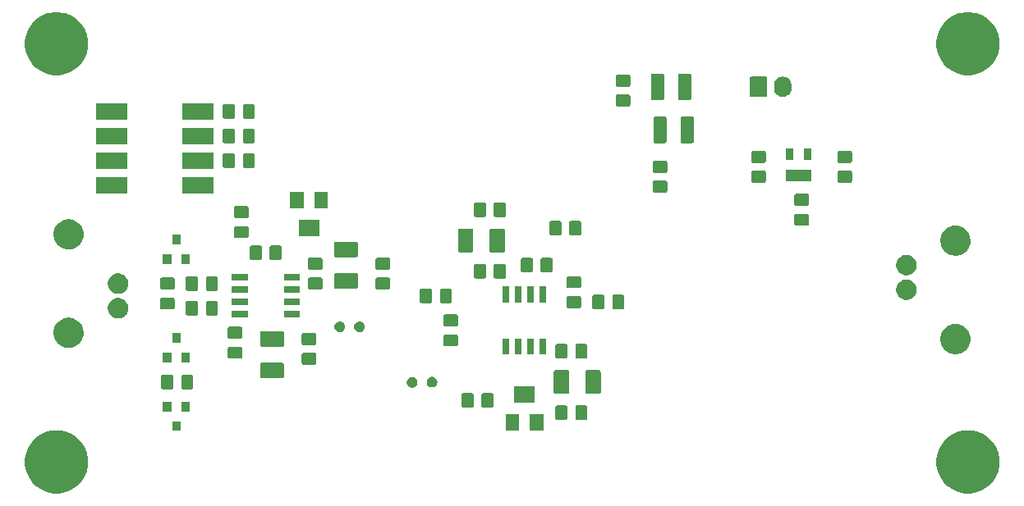
<source format=gbr>
G04 #@! TF.GenerationSoftware,KiCad,Pcbnew,(5.0.1)-4*
G04 #@! TF.CreationDate,2019-01-25T14:15:16+03:00*
G04 #@! TF.ProjectId,Lab Ampl,4C616220416D706C2E6B696361645F70,rev?*
G04 #@! TF.SameCoordinates,Original*
G04 #@! TF.FileFunction,Soldermask,Top*
G04 #@! TF.FilePolarity,Negative*
%FSLAX46Y46*%
G04 Gerber Fmt 4.6, Leading zero omitted, Abs format (unit mm)*
G04 Created by KiCad (PCBNEW (5.0.1)-4) date 25/01/2019 14:15:16*
%MOMM*%
%LPD*%
G01*
G04 APERTURE LIST*
%ADD10C,0.100000*%
G04 APERTURE END LIST*
D10*
G36*
X199896208Y-107276000D02*
X200338282Y-107363934D01*
X200929926Y-107609001D01*
X201458802Y-107962385D01*
X201462395Y-107964786D01*
X201915214Y-108417605D01*
X201915216Y-108417608D01*
X202270999Y-108950074D01*
X202516066Y-109541718D01*
X202641000Y-110169804D01*
X202641000Y-110810196D01*
X202516066Y-111438282D01*
X202270999Y-112029926D01*
X201917615Y-112558802D01*
X201915214Y-112562395D01*
X201462395Y-113015214D01*
X201462392Y-113015216D01*
X200929926Y-113370999D01*
X200338282Y-113616066D01*
X200024239Y-113678533D01*
X199710197Y-113741000D01*
X199069803Y-113741000D01*
X198755761Y-113678533D01*
X198441718Y-113616066D01*
X197850074Y-113370999D01*
X197317608Y-113015216D01*
X197317605Y-113015214D01*
X196864786Y-112562395D01*
X196862385Y-112558802D01*
X196509001Y-112029926D01*
X196263934Y-111438282D01*
X196139000Y-110810196D01*
X196139000Y-110169804D01*
X196263934Y-109541718D01*
X196509001Y-108950074D01*
X196864784Y-108417608D01*
X196864786Y-108417605D01*
X197317605Y-107964786D01*
X197321198Y-107962385D01*
X197850074Y-107609001D01*
X198441718Y-107363934D01*
X198883792Y-107276000D01*
X199069803Y-107239000D01*
X199710197Y-107239000D01*
X199896208Y-107276000D01*
X199896208Y-107276000D01*
G37*
G36*
X105916208Y-107276000D02*
X106358282Y-107363934D01*
X106949926Y-107609001D01*
X107478802Y-107962385D01*
X107482395Y-107964786D01*
X107935214Y-108417605D01*
X107935216Y-108417608D01*
X108290999Y-108950074D01*
X108536066Y-109541718D01*
X108661000Y-110169804D01*
X108661000Y-110810196D01*
X108536066Y-111438282D01*
X108290999Y-112029926D01*
X107937615Y-112558802D01*
X107935214Y-112562395D01*
X107482395Y-113015214D01*
X107482392Y-113015216D01*
X106949926Y-113370999D01*
X106358282Y-113616066D01*
X106044239Y-113678533D01*
X105730197Y-113741000D01*
X105089803Y-113741000D01*
X104775761Y-113678533D01*
X104461718Y-113616066D01*
X103870074Y-113370999D01*
X103337608Y-113015216D01*
X103337605Y-113015214D01*
X102884786Y-112562395D01*
X102882385Y-112558802D01*
X102529001Y-112029926D01*
X102283934Y-111438282D01*
X102159000Y-110810196D01*
X102159000Y-110169804D01*
X102283934Y-109541718D01*
X102529001Y-108950074D01*
X102884784Y-108417608D01*
X102884786Y-108417605D01*
X103337605Y-107964786D01*
X103341198Y-107962385D01*
X103870074Y-107609001D01*
X104461718Y-107363934D01*
X104903792Y-107276000D01*
X105089803Y-107239000D01*
X105730197Y-107239000D01*
X105916208Y-107276000D01*
X105916208Y-107276000D01*
G37*
G36*
X118241000Y-107276000D02*
X117339000Y-107276000D01*
X117339000Y-106274000D01*
X118241000Y-106274000D01*
X118241000Y-107276000D01*
X118241000Y-107276000D01*
G37*
G36*
X155621000Y-107256000D02*
X154219000Y-107256000D01*
X154219000Y-105554000D01*
X155621000Y-105554000D01*
X155621000Y-107256000D01*
X155621000Y-107256000D01*
G37*
G36*
X153121000Y-107256000D02*
X151719000Y-107256000D01*
X151719000Y-105554000D01*
X153121000Y-105554000D01*
X153121000Y-107256000D01*
X153121000Y-107256000D01*
G37*
G36*
X159993677Y-104663465D02*
X160031364Y-104674898D01*
X160066103Y-104693466D01*
X160096548Y-104718452D01*
X160121534Y-104748897D01*
X160140102Y-104783636D01*
X160151535Y-104821323D01*
X160156000Y-104866661D01*
X160156000Y-105953339D01*
X160151535Y-105998677D01*
X160140102Y-106036364D01*
X160121534Y-106071103D01*
X160096548Y-106101548D01*
X160066103Y-106126534D01*
X160031364Y-106145102D01*
X159993677Y-106156535D01*
X159948339Y-106161000D01*
X159111661Y-106161000D01*
X159066323Y-106156535D01*
X159028636Y-106145102D01*
X158993897Y-106126534D01*
X158963452Y-106101548D01*
X158938466Y-106071103D01*
X158919898Y-106036364D01*
X158908465Y-105998677D01*
X158904000Y-105953339D01*
X158904000Y-104866661D01*
X158908465Y-104821323D01*
X158919898Y-104783636D01*
X158938466Y-104748897D01*
X158963452Y-104718452D01*
X158993897Y-104693466D01*
X159028636Y-104674898D01*
X159066323Y-104663465D01*
X159111661Y-104659000D01*
X159948339Y-104659000D01*
X159993677Y-104663465D01*
X159993677Y-104663465D01*
G37*
G36*
X157943677Y-104663465D02*
X157981364Y-104674898D01*
X158016103Y-104693466D01*
X158046548Y-104718452D01*
X158071534Y-104748897D01*
X158090102Y-104783636D01*
X158101535Y-104821323D01*
X158106000Y-104866661D01*
X158106000Y-105953339D01*
X158101535Y-105998677D01*
X158090102Y-106036364D01*
X158071534Y-106071103D01*
X158046548Y-106101548D01*
X158016103Y-106126534D01*
X157981364Y-106145102D01*
X157943677Y-106156535D01*
X157898339Y-106161000D01*
X157061661Y-106161000D01*
X157016323Y-106156535D01*
X156978636Y-106145102D01*
X156943897Y-106126534D01*
X156913452Y-106101548D01*
X156888466Y-106071103D01*
X156869898Y-106036364D01*
X156858465Y-105998677D01*
X156854000Y-105953339D01*
X156854000Y-104866661D01*
X156858465Y-104821323D01*
X156869898Y-104783636D01*
X156888466Y-104748897D01*
X156913452Y-104718452D01*
X156943897Y-104693466D01*
X156978636Y-104674898D01*
X157016323Y-104663465D01*
X157061661Y-104659000D01*
X157898339Y-104659000D01*
X157943677Y-104663465D01*
X157943677Y-104663465D01*
G37*
G36*
X119191000Y-105276000D02*
X118289000Y-105276000D01*
X118289000Y-104274000D01*
X119191000Y-104274000D01*
X119191000Y-105276000D01*
X119191000Y-105276000D01*
G37*
G36*
X117291000Y-105276000D02*
X116389000Y-105276000D01*
X116389000Y-104274000D01*
X117291000Y-104274000D01*
X117291000Y-105276000D01*
X117291000Y-105276000D01*
G37*
G36*
X148273677Y-103393465D02*
X148311364Y-103404898D01*
X148346103Y-103423466D01*
X148376548Y-103448452D01*
X148401534Y-103478897D01*
X148420102Y-103513636D01*
X148431535Y-103551323D01*
X148436000Y-103596661D01*
X148436000Y-104683339D01*
X148431535Y-104728677D01*
X148420102Y-104766364D01*
X148401534Y-104801103D01*
X148376548Y-104831548D01*
X148346103Y-104856534D01*
X148311364Y-104875102D01*
X148273677Y-104886535D01*
X148228339Y-104891000D01*
X147391661Y-104891000D01*
X147346323Y-104886535D01*
X147308636Y-104875102D01*
X147273897Y-104856534D01*
X147243452Y-104831548D01*
X147218466Y-104801103D01*
X147199898Y-104766364D01*
X147188465Y-104728677D01*
X147184000Y-104683339D01*
X147184000Y-103596661D01*
X147188465Y-103551323D01*
X147199898Y-103513636D01*
X147218466Y-103478897D01*
X147243452Y-103448452D01*
X147273897Y-103423466D01*
X147308636Y-103404898D01*
X147346323Y-103393465D01*
X147391661Y-103389000D01*
X148228339Y-103389000D01*
X148273677Y-103393465D01*
X148273677Y-103393465D01*
G37*
G36*
X150323677Y-103393465D02*
X150361364Y-103404898D01*
X150396103Y-103423466D01*
X150426548Y-103448452D01*
X150451534Y-103478897D01*
X150470102Y-103513636D01*
X150481535Y-103551323D01*
X150486000Y-103596661D01*
X150486000Y-104683339D01*
X150481535Y-104728677D01*
X150470102Y-104766364D01*
X150451534Y-104801103D01*
X150426548Y-104831548D01*
X150396103Y-104856534D01*
X150361364Y-104875102D01*
X150323677Y-104886535D01*
X150278339Y-104891000D01*
X149441661Y-104891000D01*
X149396323Y-104886535D01*
X149358636Y-104875102D01*
X149323897Y-104856534D01*
X149293452Y-104831548D01*
X149268466Y-104801103D01*
X149249898Y-104766364D01*
X149238465Y-104728677D01*
X149234000Y-104683339D01*
X149234000Y-103596661D01*
X149238465Y-103551323D01*
X149249898Y-103513636D01*
X149268466Y-103478897D01*
X149293452Y-103448452D01*
X149323897Y-103423466D01*
X149358636Y-103404898D01*
X149396323Y-103393465D01*
X149441661Y-103389000D01*
X150278339Y-103389000D01*
X150323677Y-103393465D01*
X150323677Y-103393465D01*
G37*
G36*
X154721000Y-104356000D02*
X152619000Y-104356000D01*
X152619000Y-102654000D01*
X154721000Y-102654000D01*
X154721000Y-104356000D01*
X154721000Y-104356000D01*
G37*
G36*
X158133043Y-101013122D02*
X158167390Y-101023541D01*
X158199035Y-101040456D01*
X158226777Y-101063223D01*
X158249544Y-101090965D01*
X158266459Y-101122610D01*
X158276878Y-101156957D01*
X158281000Y-101198807D01*
X158281000Y-103271193D01*
X158276878Y-103313043D01*
X158266459Y-103347390D01*
X158249544Y-103379035D01*
X158226777Y-103406777D01*
X158199035Y-103429544D01*
X158167390Y-103446459D01*
X158133043Y-103456878D01*
X158091193Y-103461000D01*
X156868807Y-103461000D01*
X156826957Y-103456878D01*
X156792610Y-103446459D01*
X156760965Y-103429544D01*
X156733223Y-103406777D01*
X156710456Y-103379035D01*
X156693541Y-103347390D01*
X156683122Y-103313043D01*
X156679000Y-103271193D01*
X156679000Y-101198807D01*
X156683122Y-101156957D01*
X156693541Y-101122610D01*
X156710456Y-101090965D01*
X156733223Y-101063223D01*
X156760965Y-101040456D01*
X156792610Y-101023541D01*
X156826957Y-101013122D01*
X156868807Y-101009000D01*
X158091193Y-101009000D01*
X158133043Y-101013122D01*
X158133043Y-101013122D01*
G37*
G36*
X161383043Y-101013122D02*
X161417390Y-101023541D01*
X161449035Y-101040456D01*
X161476777Y-101063223D01*
X161499544Y-101090965D01*
X161516459Y-101122610D01*
X161526878Y-101156957D01*
X161531000Y-101198807D01*
X161531000Y-103271193D01*
X161526878Y-103313043D01*
X161516459Y-103347390D01*
X161499544Y-103379035D01*
X161476777Y-103406777D01*
X161449035Y-103429544D01*
X161417390Y-103446459D01*
X161383043Y-103456878D01*
X161341193Y-103461000D01*
X160118807Y-103461000D01*
X160076957Y-103456878D01*
X160042610Y-103446459D01*
X160010965Y-103429544D01*
X159983223Y-103406777D01*
X159960456Y-103379035D01*
X159943541Y-103347390D01*
X159933122Y-103313043D01*
X159929000Y-103271193D01*
X159929000Y-101198807D01*
X159933122Y-101156957D01*
X159943541Y-101122610D01*
X159960456Y-101090965D01*
X159983223Y-101063223D01*
X160010965Y-101040456D01*
X160042610Y-101023541D01*
X160076957Y-101013122D01*
X160118807Y-101009000D01*
X161341193Y-101009000D01*
X161383043Y-101013122D01*
X161383043Y-101013122D01*
G37*
G36*
X119353677Y-101488465D02*
X119391364Y-101499898D01*
X119426103Y-101518466D01*
X119456548Y-101543452D01*
X119481534Y-101573897D01*
X119500102Y-101608636D01*
X119511535Y-101646323D01*
X119516000Y-101691661D01*
X119516000Y-102778339D01*
X119511535Y-102823677D01*
X119500102Y-102861364D01*
X119481534Y-102896103D01*
X119456548Y-102926548D01*
X119426103Y-102951534D01*
X119391364Y-102970102D01*
X119353677Y-102981535D01*
X119308339Y-102986000D01*
X118471661Y-102986000D01*
X118426323Y-102981535D01*
X118388636Y-102970102D01*
X118353897Y-102951534D01*
X118323452Y-102926548D01*
X118298466Y-102896103D01*
X118279898Y-102861364D01*
X118268465Y-102823677D01*
X118264000Y-102778339D01*
X118264000Y-101691661D01*
X118268465Y-101646323D01*
X118279898Y-101608636D01*
X118298466Y-101573897D01*
X118323452Y-101543452D01*
X118353897Y-101518466D01*
X118388636Y-101499898D01*
X118426323Y-101488465D01*
X118471661Y-101484000D01*
X119308339Y-101484000D01*
X119353677Y-101488465D01*
X119353677Y-101488465D01*
G37*
G36*
X117303677Y-101488465D02*
X117341364Y-101499898D01*
X117376103Y-101518466D01*
X117406548Y-101543452D01*
X117431534Y-101573897D01*
X117450102Y-101608636D01*
X117461535Y-101646323D01*
X117466000Y-101691661D01*
X117466000Y-102778339D01*
X117461535Y-102823677D01*
X117450102Y-102861364D01*
X117431534Y-102896103D01*
X117406548Y-102926548D01*
X117376103Y-102951534D01*
X117341364Y-102970102D01*
X117303677Y-102981535D01*
X117258339Y-102986000D01*
X116421661Y-102986000D01*
X116376323Y-102981535D01*
X116338636Y-102970102D01*
X116303897Y-102951534D01*
X116273452Y-102926548D01*
X116248466Y-102896103D01*
X116229898Y-102861364D01*
X116218465Y-102823677D01*
X116214000Y-102778339D01*
X116214000Y-101691661D01*
X116218465Y-101646323D01*
X116229898Y-101608636D01*
X116248466Y-101573897D01*
X116273452Y-101543452D01*
X116303897Y-101518466D01*
X116338636Y-101499898D01*
X116376323Y-101488465D01*
X116421661Y-101484000D01*
X117258339Y-101484000D01*
X117303677Y-101488465D01*
X117303677Y-101488465D01*
G37*
G36*
X142248321Y-101730574D02*
X142348595Y-101772109D01*
X142438845Y-101832412D01*
X142515588Y-101909155D01*
X142575891Y-101999405D01*
X142617426Y-102099679D01*
X142638600Y-102206130D01*
X142638600Y-102314670D01*
X142617426Y-102421121D01*
X142575891Y-102521395D01*
X142515588Y-102611645D01*
X142438845Y-102688388D01*
X142348595Y-102748691D01*
X142248321Y-102790226D01*
X142141870Y-102811400D01*
X142033330Y-102811400D01*
X141926879Y-102790226D01*
X141826605Y-102748691D01*
X141736355Y-102688388D01*
X141659612Y-102611645D01*
X141599309Y-102521395D01*
X141557774Y-102421121D01*
X141536600Y-102314670D01*
X141536600Y-102206130D01*
X141557774Y-102099679D01*
X141599309Y-101999405D01*
X141659612Y-101909155D01*
X141736355Y-101832412D01*
X141826605Y-101772109D01*
X141926879Y-101730574D01*
X142033330Y-101709400D01*
X142141870Y-101709400D01*
X142248321Y-101730574D01*
X142248321Y-101730574D01*
G37*
G36*
X144305721Y-101705174D02*
X144405995Y-101746709D01*
X144496245Y-101807012D01*
X144572988Y-101883755D01*
X144633291Y-101974005D01*
X144674826Y-102074279D01*
X144696000Y-102180730D01*
X144696000Y-102289270D01*
X144674826Y-102395721D01*
X144633291Y-102495995D01*
X144572988Y-102586245D01*
X144496245Y-102662988D01*
X144405995Y-102723291D01*
X144305721Y-102764826D01*
X144199270Y-102786000D01*
X144090730Y-102786000D01*
X143984279Y-102764826D01*
X143884005Y-102723291D01*
X143793755Y-102662988D01*
X143717012Y-102586245D01*
X143656709Y-102495995D01*
X143615174Y-102395721D01*
X143594000Y-102289270D01*
X143594000Y-102180730D01*
X143615174Y-102074279D01*
X143656709Y-101974005D01*
X143717012Y-101883755D01*
X143793755Y-101807012D01*
X143884005Y-101746709D01*
X143984279Y-101705174D01*
X144090730Y-101684000D01*
X144199270Y-101684000D01*
X144305721Y-101705174D01*
X144305721Y-101705174D01*
G37*
G36*
X128713043Y-100243122D02*
X128747390Y-100253541D01*
X128779035Y-100270456D01*
X128806777Y-100293223D01*
X128829544Y-100320965D01*
X128846459Y-100352610D01*
X128856878Y-100386957D01*
X128861000Y-100428807D01*
X128861000Y-101651193D01*
X128856878Y-101693043D01*
X128846459Y-101727390D01*
X128829544Y-101759035D01*
X128806777Y-101786777D01*
X128779035Y-101809544D01*
X128747390Y-101826459D01*
X128713043Y-101836878D01*
X128671193Y-101841000D01*
X126598807Y-101841000D01*
X126556957Y-101836878D01*
X126522610Y-101826459D01*
X126490965Y-101809544D01*
X126463223Y-101786777D01*
X126440456Y-101759035D01*
X126423541Y-101727390D01*
X126413122Y-101693043D01*
X126409000Y-101651193D01*
X126409000Y-100428807D01*
X126413122Y-100386957D01*
X126423541Y-100352610D01*
X126440456Y-100320965D01*
X126463223Y-100293223D01*
X126490965Y-100270456D01*
X126522610Y-100253541D01*
X126556957Y-100243122D01*
X126598807Y-100239000D01*
X128671193Y-100239000D01*
X128713043Y-100243122D01*
X128713043Y-100243122D01*
G37*
G36*
X132033677Y-99218465D02*
X132071364Y-99229898D01*
X132106103Y-99248466D01*
X132136548Y-99273452D01*
X132161534Y-99303897D01*
X132180102Y-99338636D01*
X132191535Y-99376323D01*
X132196000Y-99421661D01*
X132196000Y-100258339D01*
X132191535Y-100303677D01*
X132180102Y-100341364D01*
X132161534Y-100376103D01*
X132136548Y-100406548D01*
X132106103Y-100431534D01*
X132071364Y-100450102D01*
X132033677Y-100461535D01*
X131988339Y-100466000D01*
X130901661Y-100466000D01*
X130856323Y-100461535D01*
X130818636Y-100450102D01*
X130783897Y-100431534D01*
X130753452Y-100406548D01*
X130728466Y-100376103D01*
X130709898Y-100341364D01*
X130698465Y-100303677D01*
X130694000Y-100258339D01*
X130694000Y-99421661D01*
X130698465Y-99376323D01*
X130709898Y-99338636D01*
X130728466Y-99303897D01*
X130753452Y-99273452D01*
X130783897Y-99248466D01*
X130818636Y-99229898D01*
X130856323Y-99218465D01*
X130901661Y-99214000D01*
X131988339Y-99214000D01*
X132033677Y-99218465D01*
X132033677Y-99218465D01*
G37*
G36*
X117291000Y-100196000D02*
X116389000Y-100196000D01*
X116389000Y-99194000D01*
X117291000Y-99194000D01*
X117291000Y-100196000D01*
X117291000Y-100196000D01*
G37*
G36*
X119191000Y-100196000D02*
X118289000Y-100196000D01*
X118289000Y-99194000D01*
X119191000Y-99194000D01*
X119191000Y-100196000D01*
X119191000Y-100196000D01*
G37*
G36*
X124413677Y-98583465D02*
X124451364Y-98594898D01*
X124486103Y-98613466D01*
X124516548Y-98638452D01*
X124541534Y-98668897D01*
X124560102Y-98703636D01*
X124571535Y-98741323D01*
X124576000Y-98786661D01*
X124576000Y-99623339D01*
X124571535Y-99668677D01*
X124560102Y-99706364D01*
X124541534Y-99741103D01*
X124516548Y-99771548D01*
X124486103Y-99796534D01*
X124451364Y-99815102D01*
X124413677Y-99826535D01*
X124368339Y-99831000D01*
X123281661Y-99831000D01*
X123236323Y-99826535D01*
X123198636Y-99815102D01*
X123163897Y-99796534D01*
X123133452Y-99771548D01*
X123108466Y-99741103D01*
X123089898Y-99706364D01*
X123078465Y-99668677D01*
X123074000Y-99623339D01*
X123074000Y-98786661D01*
X123078465Y-98741323D01*
X123089898Y-98703636D01*
X123108466Y-98668897D01*
X123133452Y-98638452D01*
X123163897Y-98613466D01*
X123198636Y-98594898D01*
X123236323Y-98583465D01*
X123281661Y-98579000D01*
X124368339Y-98579000D01*
X124413677Y-98583465D01*
X124413677Y-98583465D01*
G37*
G36*
X159993677Y-98313465D02*
X160031364Y-98324898D01*
X160066103Y-98343466D01*
X160096548Y-98368452D01*
X160121534Y-98398897D01*
X160140102Y-98433636D01*
X160151535Y-98471323D01*
X160156000Y-98516661D01*
X160156000Y-99603339D01*
X160151535Y-99648677D01*
X160140102Y-99686364D01*
X160121534Y-99721103D01*
X160096548Y-99751548D01*
X160066103Y-99776534D01*
X160031364Y-99795102D01*
X159993677Y-99806535D01*
X159948339Y-99811000D01*
X159111661Y-99811000D01*
X159066323Y-99806535D01*
X159028636Y-99795102D01*
X158993897Y-99776534D01*
X158963452Y-99751548D01*
X158938466Y-99721103D01*
X158919898Y-99686364D01*
X158908465Y-99648677D01*
X158904000Y-99603339D01*
X158904000Y-98516661D01*
X158908465Y-98471323D01*
X158919898Y-98433636D01*
X158938466Y-98398897D01*
X158963452Y-98368452D01*
X158993897Y-98343466D01*
X159028636Y-98324898D01*
X159066323Y-98313465D01*
X159111661Y-98309000D01*
X159948339Y-98309000D01*
X159993677Y-98313465D01*
X159993677Y-98313465D01*
G37*
G36*
X157943677Y-98313465D02*
X157981364Y-98324898D01*
X158016103Y-98343466D01*
X158046548Y-98368452D01*
X158071534Y-98398897D01*
X158090102Y-98433636D01*
X158101535Y-98471323D01*
X158106000Y-98516661D01*
X158106000Y-99603339D01*
X158101535Y-99648677D01*
X158090102Y-99686364D01*
X158071534Y-99721103D01*
X158046548Y-99751548D01*
X158016103Y-99776534D01*
X157981364Y-99795102D01*
X157943677Y-99806535D01*
X157898339Y-99811000D01*
X157061661Y-99811000D01*
X157016323Y-99806535D01*
X156978636Y-99795102D01*
X156943897Y-99776534D01*
X156913452Y-99751548D01*
X156888466Y-99721103D01*
X156869898Y-99686364D01*
X156858465Y-99648677D01*
X156854000Y-99603339D01*
X156854000Y-98516661D01*
X156858465Y-98471323D01*
X156869898Y-98433636D01*
X156888466Y-98398897D01*
X156913452Y-98368452D01*
X156943897Y-98343466D01*
X156978636Y-98324898D01*
X157016323Y-98313465D01*
X157061661Y-98309000D01*
X157898339Y-98309000D01*
X157943677Y-98313465D01*
X157943677Y-98313465D01*
G37*
G36*
X153386000Y-99411000D02*
X152684000Y-99411000D01*
X152684000Y-97759000D01*
X153386000Y-97759000D01*
X153386000Y-99411000D01*
X153386000Y-99411000D01*
G37*
G36*
X152116000Y-99411000D02*
X151414000Y-99411000D01*
X151414000Y-97759000D01*
X152116000Y-97759000D01*
X152116000Y-99411000D01*
X152116000Y-99411000D01*
G37*
G36*
X154656000Y-99411000D02*
X153954000Y-99411000D01*
X153954000Y-97759000D01*
X154656000Y-97759000D01*
X154656000Y-99411000D01*
X154656000Y-99411000D01*
G37*
G36*
X155926000Y-99411000D02*
X155224000Y-99411000D01*
X155224000Y-97759000D01*
X155926000Y-97759000D01*
X155926000Y-99411000D01*
X155926000Y-99411000D01*
G37*
G36*
X198472527Y-96278736D02*
X198572410Y-96298604D01*
X198854674Y-96415521D01*
X199108705Y-96585259D01*
X199324741Y-96801295D01*
X199494479Y-97055326D01*
X199611396Y-97337590D01*
X199621566Y-97388718D01*
X199665067Y-97607410D01*
X199671000Y-97637240D01*
X199671000Y-97942760D01*
X199611396Y-98242410D01*
X199494479Y-98524674D01*
X199324741Y-98778705D01*
X199108705Y-98994741D01*
X198854674Y-99164479D01*
X198572410Y-99281396D01*
X198510463Y-99293718D01*
X198272762Y-99341000D01*
X197967238Y-99341000D01*
X197729537Y-99293718D01*
X197667590Y-99281396D01*
X197385326Y-99164479D01*
X197131295Y-98994741D01*
X196915259Y-98778705D01*
X196745521Y-98524674D01*
X196628604Y-98242410D01*
X196569000Y-97942760D01*
X196569000Y-97637240D01*
X196574934Y-97607410D01*
X196618434Y-97388718D01*
X196628604Y-97337590D01*
X196745521Y-97055326D01*
X196915259Y-96801295D01*
X197131295Y-96585259D01*
X197385326Y-96415521D01*
X197667590Y-96298604D01*
X197767473Y-96278736D01*
X197967238Y-96239000D01*
X198272762Y-96239000D01*
X198472527Y-96278736D01*
X198472527Y-96278736D01*
G37*
G36*
X107032527Y-95643736D02*
X107132410Y-95663604D01*
X107414674Y-95780521D01*
X107668705Y-95950259D01*
X107884741Y-96166295D01*
X108054479Y-96420326D01*
X108171396Y-96702590D01*
X108186992Y-96780995D01*
X108231000Y-97002238D01*
X108231000Y-97307762D01*
X108212872Y-97398897D01*
X108171396Y-97607410D01*
X108054479Y-97889674D01*
X107884741Y-98143705D01*
X107668705Y-98359741D01*
X107414674Y-98529479D01*
X107132410Y-98646396D01*
X107070463Y-98658718D01*
X106832762Y-98706000D01*
X106527238Y-98706000D01*
X106289537Y-98658718D01*
X106227590Y-98646396D01*
X105945326Y-98529479D01*
X105691295Y-98359741D01*
X105475259Y-98143705D01*
X105305521Y-97889674D01*
X105188604Y-97607410D01*
X105147128Y-97398897D01*
X105129000Y-97307762D01*
X105129000Y-97002238D01*
X105173008Y-96780995D01*
X105188604Y-96702590D01*
X105305521Y-96420326D01*
X105475259Y-96166295D01*
X105691295Y-95950259D01*
X105945326Y-95780521D01*
X106227590Y-95663604D01*
X106327473Y-95643736D01*
X106527238Y-95604000D01*
X106832762Y-95604000D01*
X107032527Y-95643736D01*
X107032527Y-95643736D01*
G37*
G36*
X128713043Y-96993122D02*
X128747390Y-97003541D01*
X128779035Y-97020456D01*
X128806777Y-97043223D01*
X128829544Y-97070965D01*
X128846459Y-97102610D01*
X128856878Y-97136957D01*
X128861000Y-97178807D01*
X128861000Y-98401193D01*
X128856878Y-98443043D01*
X128846459Y-98477390D01*
X128829544Y-98509035D01*
X128806777Y-98536777D01*
X128779035Y-98559544D01*
X128747390Y-98576459D01*
X128713043Y-98586878D01*
X128671193Y-98591000D01*
X126598807Y-98591000D01*
X126556957Y-98586878D01*
X126522610Y-98576459D01*
X126490965Y-98559544D01*
X126463223Y-98536777D01*
X126440456Y-98509035D01*
X126423541Y-98477390D01*
X126413122Y-98443043D01*
X126409000Y-98401193D01*
X126409000Y-97178807D01*
X126413122Y-97136957D01*
X126423541Y-97102610D01*
X126440456Y-97070965D01*
X126463223Y-97043223D01*
X126490965Y-97020456D01*
X126522610Y-97003541D01*
X126556957Y-96993122D01*
X126598807Y-96989000D01*
X128671193Y-96989000D01*
X128713043Y-96993122D01*
X128713043Y-96993122D01*
G37*
G36*
X146638677Y-97313465D02*
X146676364Y-97324898D01*
X146711103Y-97343466D01*
X146741548Y-97368452D01*
X146766534Y-97398897D01*
X146785102Y-97433636D01*
X146796535Y-97471323D01*
X146801000Y-97516661D01*
X146801000Y-98353339D01*
X146796535Y-98398677D01*
X146785102Y-98436364D01*
X146766534Y-98471103D01*
X146741548Y-98501548D01*
X146711103Y-98526534D01*
X146676364Y-98545102D01*
X146638677Y-98556535D01*
X146593339Y-98561000D01*
X145506661Y-98561000D01*
X145461323Y-98556535D01*
X145423636Y-98545102D01*
X145388897Y-98526534D01*
X145358452Y-98501548D01*
X145333466Y-98471103D01*
X145314898Y-98436364D01*
X145303465Y-98398677D01*
X145299000Y-98353339D01*
X145299000Y-97516661D01*
X145303465Y-97471323D01*
X145314898Y-97433636D01*
X145333466Y-97398897D01*
X145358452Y-97368452D01*
X145388897Y-97343466D01*
X145423636Y-97324898D01*
X145461323Y-97313465D01*
X145506661Y-97309000D01*
X146593339Y-97309000D01*
X146638677Y-97313465D01*
X146638677Y-97313465D01*
G37*
G36*
X132033677Y-97168465D02*
X132071364Y-97179898D01*
X132106103Y-97198466D01*
X132136548Y-97223452D01*
X132161534Y-97253897D01*
X132180102Y-97288636D01*
X132191535Y-97326323D01*
X132196000Y-97371661D01*
X132196000Y-98208339D01*
X132191535Y-98253677D01*
X132180102Y-98291364D01*
X132161534Y-98326103D01*
X132136548Y-98356548D01*
X132106103Y-98381534D01*
X132071364Y-98400102D01*
X132033677Y-98411535D01*
X131988339Y-98416000D01*
X130901661Y-98416000D01*
X130856323Y-98411535D01*
X130818636Y-98400102D01*
X130783897Y-98381534D01*
X130753452Y-98356548D01*
X130728466Y-98326103D01*
X130709898Y-98291364D01*
X130698465Y-98253677D01*
X130694000Y-98208339D01*
X130694000Y-97371661D01*
X130698465Y-97326323D01*
X130709898Y-97288636D01*
X130728466Y-97253897D01*
X130753452Y-97223452D01*
X130783897Y-97198466D01*
X130818636Y-97179898D01*
X130856323Y-97168465D01*
X130901661Y-97164000D01*
X131988339Y-97164000D01*
X132033677Y-97168465D01*
X132033677Y-97168465D01*
G37*
G36*
X118241000Y-98196000D02*
X117339000Y-98196000D01*
X117339000Y-97194000D01*
X118241000Y-97194000D01*
X118241000Y-98196000D01*
X118241000Y-98196000D01*
G37*
G36*
X124413677Y-96533465D02*
X124451364Y-96544898D01*
X124486103Y-96563466D01*
X124516548Y-96588452D01*
X124541534Y-96618897D01*
X124560102Y-96653636D01*
X124571535Y-96691323D01*
X124576000Y-96736661D01*
X124576000Y-97573339D01*
X124571535Y-97618677D01*
X124560102Y-97656364D01*
X124541534Y-97691103D01*
X124516548Y-97721548D01*
X124486103Y-97746534D01*
X124451364Y-97765102D01*
X124413677Y-97776535D01*
X124368339Y-97781000D01*
X123281661Y-97781000D01*
X123236323Y-97776535D01*
X123198636Y-97765102D01*
X123163897Y-97746534D01*
X123133452Y-97721548D01*
X123108466Y-97691103D01*
X123089898Y-97656364D01*
X123078465Y-97618677D01*
X123074000Y-97573339D01*
X123074000Y-96736661D01*
X123078465Y-96691323D01*
X123089898Y-96653636D01*
X123108466Y-96618897D01*
X123133452Y-96588452D01*
X123163897Y-96563466D01*
X123198636Y-96544898D01*
X123236323Y-96533465D01*
X123281661Y-96529000D01*
X124368339Y-96529000D01*
X124413677Y-96533465D01*
X124413677Y-96533465D01*
G37*
G36*
X134780721Y-95990174D02*
X134880995Y-96031709D01*
X134971245Y-96092012D01*
X135047988Y-96168755D01*
X135108291Y-96259005D01*
X135149826Y-96359279D01*
X135171000Y-96465730D01*
X135171000Y-96574270D01*
X135149826Y-96680721D01*
X135108291Y-96780995D01*
X135047988Y-96871245D01*
X134971245Y-96947988D01*
X134880995Y-97008291D01*
X134780721Y-97049826D01*
X134674270Y-97071000D01*
X134565730Y-97071000D01*
X134459279Y-97049826D01*
X134359005Y-97008291D01*
X134268755Y-96947988D01*
X134192012Y-96871245D01*
X134131709Y-96780995D01*
X134090174Y-96680721D01*
X134069000Y-96574270D01*
X134069000Y-96465730D01*
X134090174Y-96359279D01*
X134131709Y-96259005D01*
X134192012Y-96168755D01*
X134268755Y-96092012D01*
X134359005Y-96031709D01*
X134459279Y-95990174D01*
X134565730Y-95969000D01*
X134674270Y-95969000D01*
X134780721Y-95990174D01*
X134780721Y-95990174D01*
G37*
G36*
X136812721Y-95990174D02*
X136912995Y-96031709D01*
X137003245Y-96092012D01*
X137079988Y-96168755D01*
X137140291Y-96259005D01*
X137181826Y-96359279D01*
X137203000Y-96465730D01*
X137203000Y-96574270D01*
X137181826Y-96680721D01*
X137140291Y-96780995D01*
X137079988Y-96871245D01*
X137003245Y-96947988D01*
X136912995Y-97008291D01*
X136812721Y-97049826D01*
X136706270Y-97071000D01*
X136597730Y-97071000D01*
X136491279Y-97049826D01*
X136391005Y-97008291D01*
X136300755Y-96947988D01*
X136224012Y-96871245D01*
X136163709Y-96780995D01*
X136122174Y-96680721D01*
X136101000Y-96574270D01*
X136101000Y-96465730D01*
X136122174Y-96359279D01*
X136163709Y-96259005D01*
X136224012Y-96168755D01*
X136300755Y-96092012D01*
X136391005Y-96031709D01*
X136491279Y-95990174D01*
X136597730Y-95969000D01*
X136706270Y-95969000D01*
X136812721Y-95990174D01*
X136812721Y-95990174D01*
G37*
G36*
X146638677Y-95263465D02*
X146676364Y-95274898D01*
X146711103Y-95293466D01*
X146741548Y-95318452D01*
X146766534Y-95348897D01*
X146785102Y-95383636D01*
X146796535Y-95421323D01*
X146801000Y-95466661D01*
X146801000Y-96303339D01*
X146796535Y-96348677D01*
X146785102Y-96386364D01*
X146766534Y-96421103D01*
X146741548Y-96451548D01*
X146711103Y-96476534D01*
X146676364Y-96495102D01*
X146638677Y-96506535D01*
X146593339Y-96511000D01*
X145506661Y-96511000D01*
X145461323Y-96506535D01*
X145423636Y-96495102D01*
X145388897Y-96476534D01*
X145358452Y-96451548D01*
X145333466Y-96421103D01*
X145314898Y-96386364D01*
X145303465Y-96348677D01*
X145299000Y-96303339D01*
X145299000Y-95466661D01*
X145303465Y-95421323D01*
X145314898Y-95383636D01*
X145333466Y-95348897D01*
X145358452Y-95318452D01*
X145388897Y-95293466D01*
X145423636Y-95274898D01*
X145461323Y-95263465D01*
X145506661Y-95259000D01*
X146593339Y-95259000D01*
X146638677Y-95263465D01*
X146638677Y-95263465D01*
G37*
G36*
X112066565Y-93604389D02*
X112257834Y-93683615D01*
X112429976Y-93798637D01*
X112576363Y-93945024D01*
X112691385Y-94117166D01*
X112770611Y-94308435D01*
X112811000Y-94511484D01*
X112811000Y-94718516D01*
X112770611Y-94921565D01*
X112691385Y-95112834D01*
X112576363Y-95284976D01*
X112429976Y-95431363D01*
X112257834Y-95546385D01*
X112066565Y-95625611D01*
X111863516Y-95666000D01*
X111656484Y-95666000D01*
X111453435Y-95625611D01*
X111262166Y-95546385D01*
X111090024Y-95431363D01*
X110943637Y-95284976D01*
X110828615Y-95112834D01*
X110749389Y-94921565D01*
X110709000Y-94718516D01*
X110709000Y-94511484D01*
X110749389Y-94308435D01*
X110828615Y-94117166D01*
X110943637Y-93945024D01*
X111090024Y-93798637D01*
X111262166Y-93683615D01*
X111453435Y-93604389D01*
X111656484Y-93564000D01*
X111863516Y-93564000D01*
X112066565Y-93604389D01*
X112066565Y-93604389D01*
G37*
G36*
X125126000Y-95601000D02*
X123474000Y-95601000D01*
X123474000Y-94899000D01*
X125126000Y-94899000D01*
X125126000Y-95601000D01*
X125126000Y-95601000D01*
G37*
G36*
X130526000Y-95601000D02*
X128874000Y-95601000D01*
X128874000Y-94899000D01*
X130526000Y-94899000D01*
X130526000Y-95601000D01*
X130526000Y-95601000D01*
G37*
G36*
X119843677Y-93868465D02*
X119881364Y-93879898D01*
X119916103Y-93898466D01*
X119946548Y-93923452D01*
X119971534Y-93953897D01*
X119990102Y-93988636D01*
X120001535Y-94026323D01*
X120006000Y-94071661D01*
X120006000Y-95158339D01*
X120001535Y-95203677D01*
X119990102Y-95241364D01*
X119971534Y-95276103D01*
X119946548Y-95306548D01*
X119916103Y-95331534D01*
X119881364Y-95350102D01*
X119843677Y-95361535D01*
X119798339Y-95366000D01*
X118961661Y-95366000D01*
X118916323Y-95361535D01*
X118878636Y-95350102D01*
X118843897Y-95331534D01*
X118813452Y-95306548D01*
X118788466Y-95276103D01*
X118769898Y-95241364D01*
X118758465Y-95203677D01*
X118754000Y-95158339D01*
X118754000Y-94071661D01*
X118758465Y-94026323D01*
X118769898Y-93988636D01*
X118788466Y-93953897D01*
X118813452Y-93923452D01*
X118843897Y-93898466D01*
X118878636Y-93879898D01*
X118916323Y-93868465D01*
X118961661Y-93864000D01*
X119798339Y-93864000D01*
X119843677Y-93868465D01*
X119843677Y-93868465D01*
G37*
G36*
X121893677Y-93868465D02*
X121931364Y-93879898D01*
X121966103Y-93898466D01*
X121996548Y-93923452D01*
X122021534Y-93953897D01*
X122040102Y-93988636D01*
X122051535Y-94026323D01*
X122056000Y-94071661D01*
X122056000Y-95158339D01*
X122051535Y-95203677D01*
X122040102Y-95241364D01*
X122021534Y-95276103D01*
X121996548Y-95306548D01*
X121966103Y-95331534D01*
X121931364Y-95350102D01*
X121893677Y-95361535D01*
X121848339Y-95366000D01*
X121011661Y-95366000D01*
X120966323Y-95361535D01*
X120928636Y-95350102D01*
X120893897Y-95331534D01*
X120863452Y-95306548D01*
X120838466Y-95276103D01*
X120819898Y-95241364D01*
X120808465Y-95203677D01*
X120804000Y-95158339D01*
X120804000Y-94071661D01*
X120808465Y-94026323D01*
X120819898Y-93988636D01*
X120838466Y-93953897D01*
X120863452Y-93923452D01*
X120893897Y-93898466D01*
X120928636Y-93879898D01*
X120966323Y-93868465D01*
X121011661Y-93864000D01*
X121848339Y-93864000D01*
X121893677Y-93868465D01*
X121893677Y-93868465D01*
G37*
G36*
X117428677Y-93503465D02*
X117466364Y-93514898D01*
X117501103Y-93533466D01*
X117531548Y-93558452D01*
X117556534Y-93588897D01*
X117575102Y-93623636D01*
X117586535Y-93661323D01*
X117591000Y-93706661D01*
X117591000Y-94543339D01*
X117586535Y-94588677D01*
X117575102Y-94626364D01*
X117556534Y-94661103D01*
X117531548Y-94691548D01*
X117501103Y-94716534D01*
X117466364Y-94735102D01*
X117428677Y-94746535D01*
X117383339Y-94751000D01*
X116296661Y-94751000D01*
X116251323Y-94746535D01*
X116213636Y-94735102D01*
X116178897Y-94716534D01*
X116148452Y-94691548D01*
X116123466Y-94661103D01*
X116104898Y-94626364D01*
X116093465Y-94588677D01*
X116089000Y-94543339D01*
X116089000Y-93706661D01*
X116093465Y-93661323D01*
X116104898Y-93623636D01*
X116123466Y-93588897D01*
X116148452Y-93558452D01*
X116178897Y-93533466D01*
X116213636Y-93514898D01*
X116251323Y-93503465D01*
X116296661Y-93499000D01*
X117383339Y-93499000D01*
X117428677Y-93503465D01*
X117428677Y-93503465D01*
G37*
G36*
X161753677Y-93233465D02*
X161791364Y-93244898D01*
X161826103Y-93263466D01*
X161856548Y-93288452D01*
X161881534Y-93318897D01*
X161900102Y-93353636D01*
X161911535Y-93391323D01*
X161916000Y-93436661D01*
X161916000Y-94523339D01*
X161911535Y-94568677D01*
X161900102Y-94606364D01*
X161881534Y-94641103D01*
X161856548Y-94671548D01*
X161826103Y-94696534D01*
X161791364Y-94715102D01*
X161753677Y-94726535D01*
X161708339Y-94731000D01*
X160871661Y-94731000D01*
X160826323Y-94726535D01*
X160788636Y-94715102D01*
X160753897Y-94696534D01*
X160723452Y-94671548D01*
X160698466Y-94641103D01*
X160679898Y-94606364D01*
X160668465Y-94568677D01*
X160664000Y-94523339D01*
X160664000Y-93436661D01*
X160668465Y-93391323D01*
X160679898Y-93353636D01*
X160698466Y-93318897D01*
X160723452Y-93288452D01*
X160753897Y-93263466D01*
X160788636Y-93244898D01*
X160826323Y-93233465D01*
X160871661Y-93229000D01*
X161708339Y-93229000D01*
X161753677Y-93233465D01*
X161753677Y-93233465D01*
G37*
G36*
X163803677Y-93233465D02*
X163841364Y-93244898D01*
X163876103Y-93263466D01*
X163906548Y-93288452D01*
X163931534Y-93318897D01*
X163950102Y-93353636D01*
X163961535Y-93391323D01*
X163966000Y-93436661D01*
X163966000Y-94523339D01*
X163961535Y-94568677D01*
X163950102Y-94606364D01*
X163931534Y-94641103D01*
X163906548Y-94671548D01*
X163876103Y-94696534D01*
X163841364Y-94715102D01*
X163803677Y-94726535D01*
X163758339Y-94731000D01*
X162921661Y-94731000D01*
X162876323Y-94726535D01*
X162838636Y-94715102D01*
X162803897Y-94696534D01*
X162773452Y-94671548D01*
X162748466Y-94641103D01*
X162729898Y-94606364D01*
X162718465Y-94568677D01*
X162714000Y-94523339D01*
X162714000Y-93436661D01*
X162718465Y-93391323D01*
X162729898Y-93353636D01*
X162748466Y-93318897D01*
X162773452Y-93288452D01*
X162803897Y-93263466D01*
X162838636Y-93244898D01*
X162876323Y-93233465D01*
X162921661Y-93229000D01*
X163758339Y-93229000D01*
X163803677Y-93233465D01*
X163803677Y-93233465D01*
G37*
G36*
X159338677Y-93358465D02*
X159376364Y-93369898D01*
X159411103Y-93388466D01*
X159441548Y-93413452D01*
X159466534Y-93443897D01*
X159485102Y-93478636D01*
X159496535Y-93516323D01*
X159501000Y-93561661D01*
X159501000Y-94398339D01*
X159496535Y-94443677D01*
X159485102Y-94481364D01*
X159466534Y-94516103D01*
X159441548Y-94546548D01*
X159411103Y-94571534D01*
X159376364Y-94590102D01*
X159338677Y-94601535D01*
X159293339Y-94606000D01*
X158206661Y-94606000D01*
X158161323Y-94601535D01*
X158123636Y-94590102D01*
X158088897Y-94571534D01*
X158058452Y-94546548D01*
X158033466Y-94516103D01*
X158014898Y-94481364D01*
X158003465Y-94443677D01*
X157999000Y-94398339D01*
X157999000Y-93561661D01*
X158003465Y-93516323D01*
X158014898Y-93478636D01*
X158033466Y-93443897D01*
X158058452Y-93413452D01*
X158088897Y-93388466D01*
X158123636Y-93369898D01*
X158161323Y-93358465D01*
X158206661Y-93354000D01*
X159293339Y-93354000D01*
X159338677Y-93358465D01*
X159338677Y-93358465D01*
G37*
G36*
X125126000Y-94331000D02*
X123474000Y-94331000D01*
X123474000Y-93629000D01*
X125126000Y-93629000D01*
X125126000Y-94331000D01*
X125126000Y-94331000D01*
G37*
G36*
X130526000Y-94331000D02*
X128874000Y-94331000D01*
X128874000Y-93629000D01*
X130526000Y-93629000D01*
X130526000Y-94331000D01*
X130526000Y-94331000D01*
G37*
G36*
X146023677Y-92598465D02*
X146061364Y-92609898D01*
X146096103Y-92628466D01*
X146126548Y-92653452D01*
X146151534Y-92683897D01*
X146170102Y-92718636D01*
X146181535Y-92756323D01*
X146186000Y-92801661D01*
X146186000Y-93888339D01*
X146181535Y-93933677D01*
X146170102Y-93971364D01*
X146151534Y-94006103D01*
X146126548Y-94036548D01*
X146096103Y-94061534D01*
X146061364Y-94080102D01*
X146023677Y-94091535D01*
X145978339Y-94096000D01*
X145141661Y-94096000D01*
X145096323Y-94091535D01*
X145058636Y-94080102D01*
X145023897Y-94061534D01*
X144993452Y-94036548D01*
X144968466Y-94006103D01*
X144949898Y-93971364D01*
X144938465Y-93933677D01*
X144934000Y-93888339D01*
X144934000Y-92801661D01*
X144938465Y-92756323D01*
X144949898Y-92718636D01*
X144968466Y-92683897D01*
X144993452Y-92653452D01*
X145023897Y-92628466D01*
X145058636Y-92609898D01*
X145096323Y-92598465D01*
X145141661Y-92594000D01*
X145978339Y-92594000D01*
X146023677Y-92598465D01*
X146023677Y-92598465D01*
G37*
G36*
X143973677Y-92598465D02*
X144011364Y-92609898D01*
X144046103Y-92628466D01*
X144076548Y-92653452D01*
X144101534Y-92683897D01*
X144120102Y-92718636D01*
X144131535Y-92756323D01*
X144136000Y-92801661D01*
X144136000Y-93888339D01*
X144131535Y-93933677D01*
X144120102Y-93971364D01*
X144101534Y-94006103D01*
X144076548Y-94036548D01*
X144046103Y-94061534D01*
X144011364Y-94080102D01*
X143973677Y-94091535D01*
X143928339Y-94096000D01*
X143091661Y-94096000D01*
X143046323Y-94091535D01*
X143008636Y-94080102D01*
X142973897Y-94061534D01*
X142943452Y-94036548D01*
X142918466Y-94006103D01*
X142899898Y-93971364D01*
X142888465Y-93933677D01*
X142884000Y-93888339D01*
X142884000Y-92801661D01*
X142888465Y-92756323D01*
X142899898Y-92718636D01*
X142918466Y-92683897D01*
X142943452Y-92653452D01*
X142973897Y-92628466D01*
X143008636Y-92609898D01*
X143046323Y-92598465D01*
X143091661Y-92594000D01*
X143928339Y-92594000D01*
X143973677Y-92598465D01*
X143973677Y-92598465D01*
G37*
G36*
X155926000Y-94011000D02*
X155224000Y-94011000D01*
X155224000Y-92359000D01*
X155926000Y-92359000D01*
X155926000Y-94011000D01*
X155926000Y-94011000D01*
G37*
G36*
X154656000Y-94011000D02*
X153954000Y-94011000D01*
X153954000Y-92359000D01*
X154656000Y-92359000D01*
X154656000Y-94011000D01*
X154656000Y-94011000D01*
G37*
G36*
X153386000Y-94011000D02*
X152684000Y-94011000D01*
X152684000Y-92359000D01*
X153386000Y-92359000D01*
X153386000Y-94011000D01*
X153386000Y-94011000D01*
G37*
G36*
X152116000Y-94011000D02*
X151414000Y-94011000D01*
X151414000Y-92359000D01*
X152116000Y-92359000D01*
X152116000Y-94011000D01*
X152116000Y-94011000D01*
G37*
G36*
X193346565Y-91699389D02*
X193537834Y-91778615D01*
X193709976Y-91893637D01*
X193856363Y-92040024D01*
X193971385Y-92212166D01*
X194050611Y-92403435D01*
X194091000Y-92606484D01*
X194091000Y-92813516D01*
X194050611Y-93016565D01*
X193971385Y-93207834D01*
X193856363Y-93379976D01*
X193709976Y-93526363D01*
X193537834Y-93641385D01*
X193346565Y-93720611D01*
X193143516Y-93761000D01*
X192936484Y-93761000D01*
X192733435Y-93720611D01*
X192542166Y-93641385D01*
X192370024Y-93526363D01*
X192223637Y-93379976D01*
X192108615Y-93207834D01*
X192029389Y-93016565D01*
X191989000Y-92813516D01*
X191989000Y-92606484D01*
X192029389Y-92403435D01*
X192108615Y-92212166D01*
X192223637Y-92040024D01*
X192370024Y-91893637D01*
X192542166Y-91778615D01*
X192733435Y-91699389D01*
X192936484Y-91659000D01*
X193143516Y-91659000D01*
X193346565Y-91699389D01*
X193346565Y-91699389D01*
G37*
G36*
X112066565Y-91064389D02*
X112257834Y-91143615D01*
X112429976Y-91258637D01*
X112576363Y-91405024D01*
X112691385Y-91577166D01*
X112770611Y-91768435D01*
X112811000Y-91971484D01*
X112811000Y-92178516D01*
X112770611Y-92381565D01*
X112691385Y-92572834D01*
X112576363Y-92744976D01*
X112429976Y-92891363D01*
X112257834Y-93006385D01*
X112066565Y-93085611D01*
X111863516Y-93126000D01*
X111656484Y-93126000D01*
X111453435Y-93085611D01*
X111262166Y-93006385D01*
X111090024Y-92891363D01*
X110943637Y-92744976D01*
X110828615Y-92572834D01*
X110749389Y-92381565D01*
X110709000Y-92178516D01*
X110709000Y-91971484D01*
X110749389Y-91768435D01*
X110828615Y-91577166D01*
X110943637Y-91405024D01*
X111090024Y-91258637D01*
X111262166Y-91143615D01*
X111453435Y-91064389D01*
X111656484Y-91024000D01*
X111863516Y-91024000D01*
X112066565Y-91064389D01*
X112066565Y-91064389D01*
G37*
G36*
X130526000Y-93061000D02*
X128874000Y-93061000D01*
X128874000Y-92359000D01*
X130526000Y-92359000D01*
X130526000Y-93061000D01*
X130526000Y-93061000D01*
G37*
G36*
X125126000Y-93061000D02*
X123474000Y-93061000D01*
X123474000Y-92359000D01*
X125126000Y-92359000D01*
X125126000Y-93061000D01*
X125126000Y-93061000D01*
G37*
G36*
X119843677Y-91328465D02*
X119881364Y-91339898D01*
X119916103Y-91358466D01*
X119946548Y-91383452D01*
X119971534Y-91413897D01*
X119990102Y-91448636D01*
X120001535Y-91486323D01*
X120006000Y-91531661D01*
X120006000Y-92618339D01*
X120001535Y-92663677D01*
X119990102Y-92701364D01*
X119971534Y-92736103D01*
X119946548Y-92766548D01*
X119916103Y-92791534D01*
X119881364Y-92810102D01*
X119843677Y-92821535D01*
X119798339Y-92826000D01*
X118961661Y-92826000D01*
X118916323Y-92821535D01*
X118878636Y-92810102D01*
X118843897Y-92791534D01*
X118813452Y-92766548D01*
X118788466Y-92736103D01*
X118769898Y-92701364D01*
X118758465Y-92663677D01*
X118754000Y-92618339D01*
X118754000Y-91531661D01*
X118758465Y-91486323D01*
X118769898Y-91448636D01*
X118788466Y-91413897D01*
X118813452Y-91383452D01*
X118843897Y-91358466D01*
X118878636Y-91339898D01*
X118916323Y-91328465D01*
X118961661Y-91324000D01*
X119798339Y-91324000D01*
X119843677Y-91328465D01*
X119843677Y-91328465D01*
G37*
G36*
X121893677Y-91328465D02*
X121931364Y-91339898D01*
X121966103Y-91358466D01*
X121996548Y-91383452D01*
X122021534Y-91413897D01*
X122040102Y-91448636D01*
X122051535Y-91486323D01*
X122056000Y-91531661D01*
X122056000Y-92618339D01*
X122051535Y-92663677D01*
X122040102Y-92701364D01*
X122021534Y-92736103D01*
X121996548Y-92766548D01*
X121966103Y-92791534D01*
X121931364Y-92810102D01*
X121893677Y-92821535D01*
X121848339Y-92826000D01*
X121011661Y-92826000D01*
X120966323Y-92821535D01*
X120928636Y-92810102D01*
X120893897Y-92791534D01*
X120863452Y-92766548D01*
X120838466Y-92736103D01*
X120819898Y-92701364D01*
X120808465Y-92663677D01*
X120804000Y-92618339D01*
X120804000Y-91531661D01*
X120808465Y-91486323D01*
X120819898Y-91448636D01*
X120838466Y-91413897D01*
X120863452Y-91383452D01*
X120893897Y-91358466D01*
X120928636Y-91339898D01*
X120966323Y-91328465D01*
X121011661Y-91324000D01*
X121848339Y-91324000D01*
X121893677Y-91328465D01*
X121893677Y-91328465D01*
G37*
G36*
X132668677Y-91453465D02*
X132706364Y-91464898D01*
X132741103Y-91483466D01*
X132771548Y-91508452D01*
X132796534Y-91538897D01*
X132815102Y-91573636D01*
X132826535Y-91611323D01*
X132831000Y-91656661D01*
X132831000Y-92493339D01*
X132826535Y-92538677D01*
X132815102Y-92576364D01*
X132796534Y-92611103D01*
X132771548Y-92641548D01*
X132741103Y-92666534D01*
X132706364Y-92685102D01*
X132668677Y-92696535D01*
X132623339Y-92701000D01*
X131536661Y-92701000D01*
X131491323Y-92696535D01*
X131453636Y-92685102D01*
X131418897Y-92666534D01*
X131388452Y-92641548D01*
X131363466Y-92611103D01*
X131344898Y-92576364D01*
X131333465Y-92538677D01*
X131329000Y-92493339D01*
X131329000Y-91656661D01*
X131333465Y-91611323D01*
X131344898Y-91573636D01*
X131363466Y-91538897D01*
X131388452Y-91508452D01*
X131418897Y-91483466D01*
X131453636Y-91464898D01*
X131491323Y-91453465D01*
X131536661Y-91449000D01*
X132623339Y-91449000D01*
X132668677Y-91453465D01*
X132668677Y-91453465D01*
G37*
G36*
X139653677Y-91453465D02*
X139691364Y-91464898D01*
X139726103Y-91483466D01*
X139756548Y-91508452D01*
X139781534Y-91538897D01*
X139800102Y-91573636D01*
X139811535Y-91611323D01*
X139816000Y-91656661D01*
X139816000Y-92493339D01*
X139811535Y-92538677D01*
X139800102Y-92576364D01*
X139781534Y-92611103D01*
X139756548Y-92641548D01*
X139726103Y-92666534D01*
X139691364Y-92685102D01*
X139653677Y-92696535D01*
X139608339Y-92701000D01*
X138521661Y-92701000D01*
X138476323Y-92696535D01*
X138438636Y-92685102D01*
X138403897Y-92666534D01*
X138373452Y-92641548D01*
X138348466Y-92611103D01*
X138329898Y-92576364D01*
X138318465Y-92538677D01*
X138314000Y-92493339D01*
X138314000Y-91656661D01*
X138318465Y-91611323D01*
X138329898Y-91573636D01*
X138348466Y-91538897D01*
X138373452Y-91508452D01*
X138403897Y-91483466D01*
X138438636Y-91464898D01*
X138476323Y-91453465D01*
X138521661Y-91449000D01*
X139608339Y-91449000D01*
X139653677Y-91453465D01*
X139653677Y-91453465D01*
G37*
G36*
X117428677Y-91453465D02*
X117466364Y-91464898D01*
X117501103Y-91483466D01*
X117531548Y-91508452D01*
X117556534Y-91538897D01*
X117575102Y-91573636D01*
X117586535Y-91611323D01*
X117591000Y-91656661D01*
X117591000Y-92493339D01*
X117586535Y-92538677D01*
X117575102Y-92576364D01*
X117556534Y-92611103D01*
X117531548Y-92641548D01*
X117501103Y-92666534D01*
X117466364Y-92685102D01*
X117428677Y-92696535D01*
X117383339Y-92701000D01*
X116296661Y-92701000D01*
X116251323Y-92696535D01*
X116213636Y-92685102D01*
X116178897Y-92666534D01*
X116148452Y-92641548D01*
X116123466Y-92611103D01*
X116104898Y-92576364D01*
X116093465Y-92538677D01*
X116089000Y-92493339D01*
X116089000Y-91656661D01*
X116093465Y-91611323D01*
X116104898Y-91573636D01*
X116123466Y-91538897D01*
X116148452Y-91508452D01*
X116178897Y-91483466D01*
X116213636Y-91464898D01*
X116251323Y-91453465D01*
X116296661Y-91449000D01*
X117383339Y-91449000D01*
X117428677Y-91453465D01*
X117428677Y-91453465D01*
G37*
G36*
X136333043Y-90998122D02*
X136367390Y-91008541D01*
X136399035Y-91025456D01*
X136426777Y-91048223D01*
X136449544Y-91075965D01*
X136466459Y-91107610D01*
X136476878Y-91141957D01*
X136481000Y-91183807D01*
X136481000Y-92406193D01*
X136476878Y-92448043D01*
X136466459Y-92482390D01*
X136449544Y-92514035D01*
X136426777Y-92541777D01*
X136399035Y-92564544D01*
X136367390Y-92581459D01*
X136333043Y-92591878D01*
X136291193Y-92596000D01*
X134218807Y-92596000D01*
X134176957Y-92591878D01*
X134142610Y-92581459D01*
X134110965Y-92564544D01*
X134083223Y-92541777D01*
X134060456Y-92514035D01*
X134043541Y-92482390D01*
X134033122Y-92448043D01*
X134029000Y-92406193D01*
X134029000Y-91183807D01*
X134033122Y-91141957D01*
X134043541Y-91107610D01*
X134060456Y-91075965D01*
X134083223Y-91048223D01*
X134110965Y-91025456D01*
X134142610Y-91008541D01*
X134176957Y-90998122D01*
X134218807Y-90994000D01*
X136291193Y-90994000D01*
X136333043Y-90998122D01*
X136333043Y-90998122D01*
G37*
G36*
X159338677Y-91308465D02*
X159376364Y-91319898D01*
X159411103Y-91338466D01*
X159441548Y-91363452D01*
X159466534Y-91393897D01*
X159485102Y-91428636D01*
X159496535Y-91466323D01*
X159501000Y-91511661D01*
X159501000Y-92348339D01*
X159496535Y-92393677D01*
X159485102Y-92431364D01*
X159466534Y-92466103D01*
X159441548Y-92496548D01*
X159411103Y-92521534D01*
X159376364Y-92540102D01*
X159338677Y-92551535D01*
X159293339Y-92556000D01*
X158206661Y-92556000D01*
X158161323Y-92551535D01*
X158123636Y-92540102D01*
X158088897Y-92521534D01*
X158058452Y-92496548D01*
X158033466Y-92466103D01*
X158014898Y-92431364D01*
X158003465Y-92393677D01*
X157999000Y-92348339D01*
X157999000Y-91511661D01*
X158003465Y-91466323D01*
X158014898Y-91428636D01*
X158033466Y-91393897D01*
X158058452Y-91363452D01*
X158088897Y-91338466D01*
X158123636Y-91319898D01*
X158161323Y-91308465D01*
X158206661Y-91304000D01*
X159293339Y-91304000D01*
X159338677Y-91308465D01*
X159338677Y-91308465D01*
G37*
G36*
X125126000Y-91791000D02*
X123474000Y-91791000D01*
X123474000Y-91089000D01*
X125126000Y-91089000D01*
X125126000Y-91791000D01*
X125126000Y-91791000D01*
G37*
G36*
X130526000Y-91791000D02*
X128874000Y-91791000D01*
X128874000Y-91089000D01*
X130526000Y-91089000D01*
X130526000Y-91791000D01*
X130526000Y-91791000D01*
G37*
G36*
X151593677Y-90058465D02*
X151631364Y-90069898D01*
X151666103Y-90088466D01*
X151696548Y-90113452D01*
X151721534Y-90143897D01*
X151740102Y-90178636D01*
X151751535Y-90216323D01*
X151756000Y-90261661D01*
X151756000Y-91348339D01*
X151751535Y-91393677D01*
X151740102Y-91431364D01*
X151721534Y-91466103D01*
X151696548Y-91496548D01*
X151666103Y-91521534D01*
X151631364Y-91540102D01*
X151593677Y-91551535D01*
X151548339Y-91556000D01*
X150711661Y-91556000D01*
X150666323Y-91551535D01*
X150628636Y-91540102D01*
X150593897Y-91521534D01*
X150563452Y-91496548D01*
X150538466Y-91466103D01*
X150519898Y-91431364D01*
X150508465Y-91393677D01*
X150504000Y-91348339D01*
X150504000Y-90261661D01*
X150508465Y-90216323D01*
X150519898Y-90178636D01*
X150538466Y-90143897D01*
X150563452Y-90113452D01*
X150593897Y-90088466D01*
X150628636Y-90069898D01*
X150666323Y-90058465D01*
X150711661Y-90054000D01*
X151548339Y-90054000D01*
X151593677Y-90058465D01*
X151593677Y-90058465D01*
G37*
G36*
X149543677Y-90058465D02*
X149581364Y-90069898D01*
X149616103Y-90088466D01*
X149646548Y-90113452D01*
X149671534Y-90143897D01*
X149690102Y-90178636D01*
X149701535Y-90216323D01*
X149706000Y-90261661D01*
X149706000Y-91348339D01*
X149701535Y-91393677D01*
X149690102Y-91431364D01*
X149671534Y-91466103D01*
X149646548Y-91496548D01*
X149616103Y-91521534D01*
X149581364Y-91540102D01*
X149543677Y-91551535D01*
X149498339Y-91556000D01*
X148661661Y-91556000D01*
X148616323Y-91551535D01*
X148578636Y-91540102D01*
X148543897Y-91521534D01*
X148513452Y-91496548D01*
X148488466Y-91466103D01*
X148469898Y-91431364D01*
X148458465Y-91393677D01*
X148454000Y-91348339D01*
X148454000Y-90261661D01*
X148458465Y-90216323D01*
X148469898Y-90178636D01*
X148488466Y-90143897D01*
X148513452Y-90113452D01*
X148543897Y-90088466D01*
X148578636Y-90069898D01*
X148616323Y-90058465D01*
X148661661Y-90054000D01*
X149498339Y-90054000D01*
X149543677Y-90058465D01*
X149543677Y-90058465D01*
G37*
G36*
X193346565Y-89159389D02*
X193537834Y-89238615D01*
X193709976Y-89353637D01*
X193856363Y-89500024D01*
X193971385Y-89672166D01*
X194050611Y-89863435D01*
X194091000Y-90066484D01*
X194091000Y-90273516D01*
X194050611Y-90476565D01*
X193971385Y-90667834D01*
X193856363Y-90839976D01*
X193709976Y-90986363D01*
X193537834Y-91101385D01*
X193346565Y-91180611D01*
X193143516Y-91221000D01*
X192936484Y-91221000D01*
X192733435Y-91180611D01*
X192542166Y-91101385D01*
X192370024Y-90986363D01*
X192223637Y-90839976D01*
X192108615Y-90667834D01*
X192029389Y-90476565D01*
X191989000Y-90273516D01*
X191989000Y-90066484D01*
X192029389Y-89863435D01*
X192108615Y-89672166D01*
X192223637Y-89500024D01*
X192370024Y-89353637D01*
X192542166Y-89238615D01*
X192733435Y-89159389D01*
X192936484Y-89119000D01*
X193143516Y-89119000D01*
X193346565Y-89159389D01*
X193346565Y-89159389D01*
G37*
G36*
X156428677Y-89423465D02*
X156466364Y-89434898D01*
X156501103Y-89453466D01*
X156531548Y-89478452D01*
X156556534Y-89508897D01*
X156575102Y-89543636D01*
X156586535Y-89581323D01*
X156591000Y-89626661D01*
X156591000Y-90713339D01*
X156586535Y-90758677D01*
X156575102Y-90796364D01*
X156556534Y-90831103D01*
X156531548Y-90861548D01*
X156501103Y-90886534D01*
X156466364Y-90905102D01*
X156428677Y-90916535D01*
X156383339Y-90921000D01*
X155546661Y-90921000D01*
X155501323Y-90916535D01*
X155463636Y-90905102D01*
X155428897Y-90886534D01*
X155398452Y-90861548D01*
X155373466Y-90831103D01*
X155354898Y-90796364D01*
X155343465Y-90758677D01*
X155339000Y-90713339D01*
X155339000Y-89626661D01*
X155343465Y-89581323D01*
X155354898Y-89543636D01*
X155373466Y-89508897D01*
X155398452Y-89478452D01*
X155428897Y-89453466D01*
X155463636Y-89434898D01*
X155501323Y-89423465D01*
X155546661Y-89419000D01*
X156383339Y-89419000D01*
X156428677Y-89423465D01*
X156428677Y-89423465D01*
G37*
G36*
X154378677Y-89423465D02*
X154416364Y-89434898D01*
X154451103Y-89453466D01*
X154481548Y-89478452D01*
X154506534Y-89508897D01*
X154525102Y-89543636D01*
X154536535Y-89581323D01*
X154541000Y-89626661D01*
X154541000Y-90713339D01*
X154536535Y-90758677D01*
X154525102Y-90796364D01*
X154506534Y-90831103D01*
X154481548Y-90861548D01*
X154451103Y-90886534D01*
X154416364Y-90905102D01*
X154378677Y-90916535D01*
X154333339Y-90921000D01*
X153496661Y-90921000D01*
X153451323Y-90916535D01*
X153413636Y-90905102D01*
X153378897Y-90886534D01*
X153348452Y-90861548D01*
X153323466Y-90831103D01*
X153304898Y-90796364D01*
X153293465Y-90758677D01*
X153289000Y-90713339D01*
X153289000Y-89626661D01*
X153293465Y-89581323D01*
X153304898Y-89543636D01*
X153323466Y-89508897D01*
X153348452Y-89478452D01*
X153378897Y-89453466D01*
X153413636Y-89434898D01*
X153451323Y-89423465D01*
X153496661Y-89419000D01*
X154333339Y-89419000D01*
X154378677Y-89423465D01*
X154378677Y-89423465D01*
G37*
G36*
X139653677Y-89403465D02*
X139691364Y-89414898D01*
X139726103Y-89433466D01*
X139756548Y-89458452D01*
X139781534Y-89488897D01*
X139800102Y-89523636D01*
X139811535Y-89561323D01*
X139816000Y-89606661D01*
X139816000Y-90443339D01*
X139811535Y-90488677D01*
X139800102Y-90526364D01*
X139781534Y-90561103D01*
X139756548Y-90591548D01*
X139726103Y-90616534D01*
X139691364Y-90635102D01*
X139653677Y-90646535D01*
X139608339Y-90651000D01*
X138521661Y-90651000D01*
X138476323Y-90646535D01*
X138438636Y-90635102D01*
X138403897Y-90616534D01*
X138373452Y-90591548D01*
X138348466Y-90561103D01*
X138329898Y-90526364D01*
X138318465Y-90488677D01*
X138314000Y-90443339D01*
X138314000Y-89606661D01*
X138318465Y-89561323D01*
X138329898Y-89523636D01*
X138348466Y-89488897D01*
X138373452Y-89458452D01*
X138403897Y-89433466D01*
X138438636Y-89414898D01*
X138476323Y-89403465D01*
X138521661Y-89399000D01*
X139608339Y-89399000D01*
X139653677Y-89403465D01*
X139653677Y-89403465D01*
G37*
G36*
X132668677Y-89403465D02*
X132706364Y-89414898D01*
X132741103Y-89433466D01*
X132771548Y-89458452D01*
X132796534Y-89488897D01*
X132815102Y-89523636D01*
X132826535Y-89561323D01*
X132831000Y-89606661D01*
X132831000Y-90443339D01*
X132826535Y-90488677D01*
X132815102Y-90526364D01*
X132796534Y-90561103D01*
X132771548Y-90591548D01*
X132741103Y-90616534D01*
X132706364Y-90635102D01*
X132668677Y-90646535D01*
X132623339Y-90651000D01*
X131536661Y-90651000D01*
X131491323Y-90646535D01*
X131453636Y-90635102D01*
X131418897Y-90616534D01*
X131388452Y-90591548D01*
X131363466Y-90561103D01*
X131344898Y-90526364D01*
X131333465Y-90488677D01*
X131329000Y-90443339D01*
X131329000Y-89606661D01*
X131333465Y-89561323D01*
X131344898Y-89523636D01*
X131363466Y-89488897D01*
X131388452Y-89458452D01*
X131418897Y-89433466D01*
X131453636Y-89414898D01*
X131491323Y-89403465D01*
X131536661Y-89399000D01*
X132623339Y-89399000D01*
X132668677Y-89403465D01*
X132668677Y-89403465D01*
G37*
G36*
X117291000Y-90036000D02*
X116389000Y-90036000D01*
X116389000Y-89034000D01*
X117291000Y-89034000D01*
X117291000Y-90036000D01*
X117291000Y-90036000D01*
G37*
G36*
X119191000Y-90036000D02*
X118289000Y-90036000D01*
X118289000Y-89034000D01*
X119191000Y-89034000D01*
X119191000Y-90036000D01*
X119191000Y-90036000D01*
G37*
G36*
X126438677Y-88153465D02*
X126476364Y-88164898D01*
X126511103Y-88183466D01*
X126541548Y-88208452D01*
X126566534Y-88238897D01*
X126585102Y-88273636D01*
X126596535Y-88311323D01*
X126601000Y-88356661D01*
X126601000Y-89443339D01*
X126596535Y-89488677D01*
X126585102Y-89526364D01*
X126566534Y-89561103D01*
X126541548Y-89591548D01*
X126511103Y-89616534D01*
X126476364Y-89635102D01*
X126438677Y-89646535D01*
X126393339Y-89651000D01*
X125556661Y-89651000D01*
X125511323Y-89646535D01*
X125473636Y-89635102D01*
X125438897Y-89616534D01*
X125408452Y-89591548D01*
X125383466Y-89561103D01*
X125364898Y-89526364D01*
X125353465Y-89488677D01*
X125349000Y-89443339D01*
X125349000Y-88356661D01*
X125353465Y-88311323D01*
X125364898Y-88273636D01*
X125383466Y-88238897D01*
X125408452Y-88208452D01*
X125438897Y-88183466D01*
X125473636Y-88164898D01*
X125511323Y-88153465D01*
X125556661Y-88149000D01*
X126393339Y-88149000D01*
X126438677Y-88153465D01*
X126438677Y-88153465D01*
G37*
G36*
X128488677Y-88153465D02*
X128526364Y-88164898D01*
X128561103Y-88183466D01*
X128591548Y-88208452D01*
X128616534Y-88238897D01*
X128635102Y-88273636D01*
X128646535Y-88311323D01*
X128651000Y-88356661D01*
X128651000Y-89443339D01*
X128646535Y-89488677D01*
X128635102Y-89526364D01*
X128616534Y-89561103D01*
X128591548Y-89591548D01*
X128561103Y-89616534D01*
X128526364Y-89635102D01*
X128488677Y-89646535D01*
X128443339Y-89651000D01*
X127606661Y-89651000D01*
X127561323Y-89646535D01*
X127523636Y-89635102D01*
X127488897Y-89616534D01*
X127458452Y-89591548D01*
X127433466Y-89561103D01*
X127414898Y-89526364D01*
X127403465Y-89488677D01*
X127399000Y-89443339D01*
X127399000Y-88356661D01*
X127403465Y-88311323D01*
X127414898Y-88273636D01*
X127433466Y-88238897D01*
X127458452Y-88208452D01*
X127488897Y-88183466D01*
X127523636Y-88164898D01*
X127561323Y-88153465D01*
X127606661Y-88149000D01*
X128443339Y-88149000D01*
X128488677Y-88153465D01*
X128488677Y-88153465D01*
G37*
G36*
X136333043Y-87748122D02*
X136367390Y-87758541D01*
X136399035Y-87775456D01*
X136426777Y-87798223D01*
X136449544Y-87825965D01*
X136466459Y-87857610D01*
X136476878Y-87891957D01*
X136481000Y-87933807D01*
X136481000Y-89156193D01*
X136476878Y-89198043D01*
X136466459Y-89232390D01*
X136449544Y-89264035D01*
X136426777Y-89291777D01*
X136399035Y-89314544D01*
X136367390Y-89331459D01*
X136333043Y-89341878D01*
X136291193Y-89346000D01*
X134218807Y-89346000D01*
X134176957Y-89341878D01*
X134142610Y-89331459D01*
X134110965Y-89314544D01*
X134083223Y-89291777D01*
X134060456Y-89264035D01*
X134043541Y-89232390D01*
X134033122Y-89198043D01*
X134029000Y-89156193D01*
X134029000Y-87933807D01*
X134033122Y-87891957D01*
X134043541Y-87857610D01*
X134060456Y-87825965D01*
X134083223Y-87798223D01*
X134110965Y-87775456D01*
X134142610Y-87758541D01*
X134176957Y-87748122D01*
X134218807Y-87744000D01*
X136291193Y-87744000D01*
X136333043Y-87748122D01*
X136333043Y-87748122D01*
G37*
G36*
X198472527Y-86118736D02*
X198572410Y-86138604D01*
X198854674Y-86255521D01*
X199108705Y-86425259D01*
X199324741Y-86641295D01*
X199494479Y-86895326D01*
X199611396Y-87177590D01*
X199626801Y-87255038D01*
X199671000Y-87477238D01*
X199671000Y-87782762D01*
X199645924Y-87908824D01*
X199611396Y-88082410D01*
X199494479Y-88364674D01*
X199324741Y-88618705D01*
X199108705Y-88834741D01*
X198854674Y-89004479D01*
X198572410Y-89121396D01*
X198472527Y-89141264D01*
X198272762Y-89181000D01*
X197967238Y-89181000D01*
X197767473Y-89141264D01*
X197667590Y-89121396D01*
X197385326Y-89004479D01*
X197131295Y-88834741D01*
X196915259Y-88618705D01*
X196745521Y-88364674D01*
X196628604Y-88082410D01*
X196594076Y-87908824D01*
X196569000Y-87782762D01*
X196569000Y-87477238D01*
X196613199Y-87255038D01*
X196628604Y-87177590D01*
X196745521Y-86895326D01*
X196915259Y-86641295D01*
X197131295Y-86425259D01*
X197385326Y-86255521D01*
X197667590Y-86138604D01*
X197767473Y-86118736D01*
X197967238Y-86079000D01*
X198272762Y-86079000D01*
X198472527Y-86118736D01*
X198472527Y-86118736D01*
G37*
G36*
X148253043Y-86408122D02*
X148287390Y-86418541D01*
X148319035Y-86435456D01*
X148346777Y-86458223D01*
X148369544Y-86485965D01*
X148386459Y-86517610D01*
X148396878Y-86551957D01*
X148401000Y-86593807D01*
X148401000Y-88666193D01*
X148396878Y-88708043D01*
X148386459Y-88742390D01*
X148369544Y-88774035D01*
X148346777Y-88801777D01*
X148319035Y-88824544D01*
X148287390Y-88841459D01*
X148253043Y-88851878D01*
X148211193Y-88856000D01*
X146988807Y-88856000D01*
X146946957Y-88851878D01*
X146912610Y-88841459D01*
X146880965Y-88824544D01*
X146853223Y-88801777D01*
X146830456Y-88774035D01*
X146813541Y-88742390D01*
X146803122Y-88708043D01*
X146799000Y-88666193D01*
X146799000Y-86593807D01*
X146803122Y-86551957D01*
X146813541Y-86517610D01*
X146830456Y-86485965D01*
X146853223Y-86458223D01*
X146880965Y-86435456D01*
X146912610Y-86418541D01*
X146946957Y-86408122D01*
X146988807Y-86404000D01*
X148211193Y-86404000D01*
X148253043Y-86408122D01*
X148253043Y-86408122D01*
G37*
G36*
X151503043Y-86408122D02*
X151537390Y-86418541D01*
X151569035Y-86435456D01*
X151596777Y-86458223D01*
X151619544Y-86485965D01*
X151636459Y-86517610D01*
X151646878Y-86551957D01*
X151651000Y-86593807D01*
X151651000Y-88666193D01*
X151646878Y-88708043D01*
X151636459Y-88742390D01*
X151619544Y-88774035D01*
X151596777Y-88801777D01*
X151569035Y-88824544D01*
X151537390Y-88841459D01*
X151503043Y-88851878D01*
X151461193Y-88856000D01*
X150238807Y-88856000D01*
X150196957Y-88851878D01*
X150162610Y-88841459D01*
X150130965Y-88824544D01*
X150103223Y-88801777D01*
X150080456Y-88774035D01*
X150063541Y-88742390D01*
X150053122Y-88708043D01*
X150049000Y-88666193D01*
X150049000Y-86593807D01*
X150053122Y-86551957D01*
X150063541Y-86517610D01*
X150080456Y-86485965D01*
X150103223Y-86458223D01*
X150130965Y-86435456D01*
X150162610Y-86418541D01*
X150196957Y-86408122D01*
X150238807Y-86404000D01*
X151461193Y-86404000D01*
X151503043Y-86408122D01*
X151503043Y-86408122D01*
G37*
G36*
X107032527Y-85483736D02*
X107132410Y-85503604D01*
X107414674Y-85620521D01*
X107668705Y-85790259D01*
X107884741Y-86006295D01*
X108054479Y-86260326D01*
X108147941Y-86485965D01*
X108171396Y-86542591D01*
X108231000Y-86842238D01*
X108231000Y-87147762D01*
X108210392Y-87251364D01*
X108171396Y-87447410D01*
X108054479Y-87729674D01*
X107884741Y-87983705D01*
X107668705Y-88199741D01*
X107414674Y-88369479D01*
X107132410Y-88486396D01*
X107032527Y-88506264D01*
X106832762Y-88546000D01*
X106527238Y-88546000D01*
X106327473Y-88506264D01*
X106227590Y-88486396D01*
X105945326Y-88369479D01*
X105691295Y-88199741D01*
X105475259Y-87983705D01*
X105305521Y-87729674D01*
X105188604Y-87447410D01*
X105149608Y-87251364D01*
X105129000Y-87147762D01*
X105129000Y-86842238D01*
X105188604Y-86542591D01*
X105212059Y-86485965D01*
X105305521Y-86260326D01*
X105475259Y-86006295D01*
X105691295Y-85790259D01*
X105945326Y-85620521D01*
X106227590Y-85503604D01*
X106327473Y-85483736D01*
X106527238Y-85444000D01*
X106832762Y-85444000D01*
X107032527Y-85483736D01*
X107032527Y-85483736D01*
G37*
G36*
X118241000Y-88036000D02*
X117339000Y-88036000D01*
X117339000Y-87034000D01*
X118241000Y-87034000D01*
X118241000Y-88036000D01*
X118241000Y-88036000D01*
G37*
G36*
X125048677Y-86128465D02*
X125086364Y-86139898D01*
X125121103Y-86158466D01*
X125151548Y-86183452D01*
X125176534Y-86213897D01*
X125195102Y-86248636D01*
X125206535Y-86286323D01*
X125211000Y-86331661D01*
X125211000Y-87168339D01*
X125206535Y-87213677D01*
X125195102Y-87251364D01*
X125176534Y-87286103D01*
X125151548Y-87316548D01*
X125121103Y-87341534D01*
X125086364Y-87360102D01*
X125048677Y-87371535D01*
X125003339Y-87376000D01*
X123916661Y-87376000D01*
X123871323Y-87371535D01*
X123833636Y-87360102D01*
X123798897Y-87341534D01*
X123768452Y-87316548D01*
X123743466Y-87286103D01*
X123724898Y-87251364D01*
X123713465Y-87213677D01*
X123709000Y-87168339D01*
X123709000Y-86331661D01*
X123713465Y-86286323D01*
X123724898Y-86248636D01*
X123743466Y-86213897D01*
X123768452Y-86183452D01*
X123798897Y-86158466D01*
X123833636Y-86139898D01*
X123871323Y-86128465D01*
X123916661Y-86124000D01*
X125003339Y-86124000D01*
X125048677Y-86128465D01*
X125048677Y-86128465D01*
G37*
G36*
X132496000Y-87211000D02*
X130394000Y-87211000D01*
X130394000Y-85509000D01*
X132496000Y-85509000D01*
X132496000Y-87211000D01*
X132496000Y-87211000D01*
G37*
G36*
X159358677Y-85613465D02*
X159396364Y-85624898D01*
X159431103Y-85643466D01*
X159461548Y-85668452D01*
X159486534Y-85698897D01*
X159505102Y-85733636D01*
X159516535Y-85771323D01*
X159521000Y-85816661D01*
X159521000Y-86903339D01*
X159516535Y-86948677D01*
X159505102Y-86986364D01*
X159486534Y-87021103D01*
X159461548Y-87051548D01*
X159431103Y-87076534D01*
X159396364Y-87095102D01*
X159358677Y-87106535D01*
X159313339Y-87111000D01*
X158476661Y-87111000D01*
X158431323Y-87106535D01*
X158393636Y-87095102D01*
X158358897Y-87076534D01*
X158328452Y-87051548D01*
X158303466Y-87021103D01*
X158284898Y-86986364D01*
X158273465Y-86948677D01*
X158269000Y-86903339D01*
X158269000Y-85816661D01*
X158273465Y-85771323D01*
X158284898Y-85733636D01*
X158303466Y-85698897D01*
X158328452Y-85668452D01*
X158358897Y-85643466D01*
X158393636Y-85624898D01*
X158431323Y-85613465D01*
X158476661Y-85609000D01*
X159313339Y-85609000D01*
X159358677Y-85613465D01*
X159358677Y-85613465D01*
G37*
G36*
X157308677Y-85613465D02*
X157346364Y-85624898D01*
X157381103Y-85643466D01*
X157411548Y-85668452D01*
X157436534Y-85698897D01*
X157455102Y-85733636D01*
X157466535Y-85771323D01*
X157471000Y-85816661D01*
X157471000Y-86903339D01*
X157466535Y-86948677D01*
X157455102Y-86986364D01*
X157436534Y-87021103D01*
X157411548Y-87051548D01*
X157381103Y-87076534D01*
X157346364Y-87095102D01*
X157308677Y-87106535D01*
X157263339Y-87111000D01*
X156426661Y-87111000D01*
X156381323Y-87106535D01*
X156343636Y-87095102D01*
X156308897Y-87076534D01*
X156278452Y-87051548D01*
X156253466Y-87021103D01*
X156234898Y-86986364D01*
X156223465Y-86948677D01*
X156219000Y-86903339D01*
X156219000Y-85816661D01*
X156223465Y-85771323D01*
X156234898Y-85733636D01*
X156253466Y-85698897D01*
X156278452Y-85668452D01*
X156308897Y-85643466D01*
X156343636Y-85624898D01*
X156381323Y-85613465D01*
X156426661Y-85609000D01*
X157263339Y-85609000D01*
X157308677Y-85613465D01*
X157308677Y-85613465D01*
G37*
G36*
X182833677Y-84858465D02*
X182871364Y-84869898D01*
X182906103Y-84888466D01*
X182936548Y-84913452D01*
X182961534Y-84943897D01*
X182980102Y-84978636D01*
X182991535Y-85016323D01*
X182996000Y-85061661D01*
X182996000Y-85898339D01*
X182991535Y-85943677D01*
X182980102Y-85981364D01*
X182961534Y-86016103D01*
X182936548Y-86046548D01*
X182906103Y-86071534D01*
X182871364Y-86090102D01*
X182833677Y-86101535D01*
X182788339Y-86106000D01*
X181701661Y-86106000D01*
X181656323Y-86101535D01*
X181618636Y-86090102D01*
X181583897Y-86071534D01*
X181553452Y-86046548D01*
X181528466Y-86016103D01*
X181509898Y-85981364D01*
X181498465Y-85943677D01*
X181494000Y-85898339D01*
X181494000Y-85061661D01*
X181498465Y-85016323D01*
X181509898Y-84978636D01*
X181528466Y-84943897D01*
X181553452Y-84913452D01*
X181583897Y-84888466D01*
X181618636Y-84869898D01*
X181656323Y-84858465D01*
X181701661Y-84854000D01*
X182788339Y-84854000D01*
X182833677Y-84858465D01*
X182833677Y-84858465D01*
G37*
G36*
X125048677Y-84078465D02*
X125086364Y-84089898D01*
X125121103Y-84108466D01*
X125151548Y-84133452D01*
X125176534Y-84163897D01*
X125195102Y-84198636D01*
X125206535Y-84236323D01*
X125211000Y-84281661D01*
X125211000Y-85118339D01*
X125206535Y-85163677D01*
X125195102Y-85201364D01*
X125176534Y-85236103D01*
X125151548Y-85266548D01*
X125121103Y-85291534D01*
X125086364Y-85310102D01*
X125048677Y-85321535D01*
X125003339Y-85326000D01*
X123916661Y-85326000D01*
X123871323Y-85321535D01*
X123833636Y-85310102D01*
X123798897Y-85291534D01*
X123768452Y-85266548D01*
X123743466Y-85236103D01*
X123724898Y-85201364D01*
X123713465Y-85163677D01*
X123709000Y-85118339D01*
X123709000Y-84281661D01*
X123713465Y-84236323D01*
X123724898Y-84198636D01*
X123743466Y-84163897D01*
X123768452Y-84133452D01*
X123798897Y-84108466D01*
X123833636Y-84089898D01*
X123871323Y-84078465D01*
X123916661Y-84074000D01*
X125003339Y-84074000D01*
X125048677Y-84078465D01*
X125048677Y-84078465D01*
G37*
G36*
X151593677Y-83708465D02*
X151631364Y-83719898D01*
X151666103Y-83738466D01*
X151696548Y-83763452D01*
X151721534Y-83793897D01*
X151740102Y-83828636D01*
X151751535Y-83866323D01*
X151756000Y-83911661D01*
X151756000Y-84998339D01*
X151751535Y-85043677D01*
X151740102Y-85081364D01*
X151721534Y-85116103D01*
X151696548Y-85146548D01*
X151666103Y-85171534D01*
X151631364Y-85190102D01*
X151593677Y-85201535D01*
X151548339Y-85206000D01*
X150711661Y-85206000D01*
X150666323Y-85201535D01*
X150628636Y-85190102D01*
X150593897Y-85171534D01*
X150563452Y-85146548D01*
X150538466Y-85116103D01*
X150519898Y-85081364D01*
X150508465Y-85043677D01*
X150504000Y-84998339D01*
X150504000Y-83911661D01*
X150508465Y-83866323D01*
X150519898Y-83828636D01*
X150538466Y-83793897D01*
X150563452Y-83763452D01*
X150593897Y-83738466D01*
X150628636Y-83719898D01*
X150666323Y-83708465D01*
X150711661Y-83704000D01*
X151548339Y-83704000D01*
X151593677Y-83708465D01*
X151593677Y-83708465D01*
G37*
G36*
X149543677Y-83708465D02*
X149581364Y-83719898D01*
X149616103Y-83738466D01*
X149646548Y-83763452D01*
X149671534Y-83793897D01*
X149690102Y-83828636D01*
X149701535Y-83866323D01*
X149706000Y-83911661D01*
X149706000Y-84998339D01*
X149701535Y-85043677D01*
X149690102Y-85081364D01*
X149671534Y-85116103D01*
X149646548Y-85146548D01*
X149616103Y-85171534D01*
X149581364Y-85190102D01*
X149543677Y-85201535D01*
X149498339Y-85206000D01*
X148661661Y-85206000D01*
X148616323Y-85201535D01*
X148578636Y-85190102D01*
X148543897Y-85171534D01*
X148513452Y-85146548D01*
X148488466Y-85116103D01*
X148469898Y-85081364D01*
X148458465Y-85043677D01*
X148454000Y-84998339D01*
X148454000Y-83911661D01*
X148458465Y-83866323D01*
X148469898Y-83828636D01*
X148488466Y-83793897D01*
X148513452Y-83763452D01*
X148543897Y-83738466D01*
X148578636Y-83719898D01*
X148616323Y-83708465D01*
X148661661Y-83704000D01*
X149498339Y-83704000D01*
X149543677Y-83708465D01*
X149543677Y-83708465D01*
G37*
G36*
X130896000Y-84311000D02*
X129494000Y-84311000D01*
X129494000Y-82609000D01*
X130896000Y-82609000D01*
X130896000Y-84311000D01*
X130896000Y-84311000D01*
G37*
G36*
X133396000Y-84311000D02*
X131994000Y-84311000D01*
X131994000Y-82609000D01*
X133396000Y-82609000D01*
X133396000Y-84311000D01*
X133396000Y-84311000D01*
G37*
G36*
X182833677Y-82808465D02*
X182871364Y-82819898D01*
X182906103Y-82838466D01*
X182936548Y-82863452D01*
X182961534Y-82893897D01*
X182980102Y-82928636D01*
X182991535Y-82966323D01*
X182996000Y-83011661D01*
X182996000Y-83848339D01*
X182991535Y-83893677D01*
X182980102Y-83931364D01*
X182961534Y-83966103D01*
X182936548Y-83996548D01*
X182906103Y-84021534D01*
X182871364Y-84040102D01*
X182833677Y-84051535D01*
X182788339Y-84056000D01*
X181701661Y-84056000D01*
X181656323Y-84051535D01*
X181618636Y-84040102D01*
X181583897Y-84021534D01*
X181553452Y-83996548D01*
X181528466Y-83966103D01*
X181509898Y-83931364D01*
X181498465Y-83893677D01*
X181494000Y-83848339D01*
X181494000Y-83011661D01*
X181498465Y-82966323D01*
X181509898Y-82928636D01*
X181528466Y-82893897D01*
X181553452Y-82863452D01*
X181583897Y-82838466D01*
X181618636Y-82819898D01*
X181656323Y-82808465D01*
X181701661Y-82804000D01*
X182788339Y-82804000D01*
X182833677Y-82808465D01*
X182833677Y-82808465D01*
G37*
G36*
X112726000Y-82766000D02*
X109524000Y-82766000D01*
X109524000Y-81064000D01*
X112726000Y-81064000D01*
X112726000Y-82766000D01*
X112726000Y-82766000D01*
G37*
G36*
X121616000Y-82766000D02*
X118414000Y-82766000D01*
X118414000Y-81064000D01*
X121616000Y-81064000D01*
X121616000Y-82766000D01*
X121616000Y-82766000D01*
G37*
G36*
X168228677Y-81438465D02*
X168266364Y-81449898D01*
X168301103Y-81468466D01*
X168331548Y-81493452D01*
X168356534Y-81523897D01*
X168375102Y-81558636D01*
X168386535Y-81596323D01*
X168391000Y-81641661D01*
X168391000Y-82478339D01*
X168386535Y-82523677D01*
X168375102Y-82561364D01*
X168356534Y-82596103D01*
X168331548Y-82626548D01*
X168301103Y-82651534D01*
X168266364Y-82670102D01*
X168228677Y-82681535D01*
X168183339Y-82686000D01*
X167096661Y-82686000D01*
X167051323Y-82681535D01*
X167013636Y-82670102D01*
X166978897Y-82651534D01*
X166948452Y-82626548D01*
X166923466Y-82596103D01*
X166904898Y-82561364D01*
X166893465Y-82523677D01*
X166889000Y-82478339D01*
X166889000Y-81641661D01*
X166893465Y-81596323D01*
X166904898Y-81558636D01*
X166923466Y-81523897D01*
X166948452Y-81493452D01*
X166978897Y-81468466D01*
X167013636Y-81449898D01*
X167051323Y-81438465D01*
X167096661Y-81434000D01*
X168183339Y-81434000D01*
X168228677Y-81438465D01*
X168228677Y-81438465D01*
G37*
G36*
X178388677Y-80413465D02*
X178426364Y-80424898D01*
X178461103Y-80443466D01*
X178491548Y-80468452D01*
X178516534Y-80498897D01*
X178535102Y-80533636D01*
X178546535Y-80571323D01*
X178551000Y-80616661D01*
X178551000Y-81453339D01*
X178546535Y-81498677D01*
X178535102Y-81536364D01*
X178516534Y-81571103D01*
X178491548Y-81601548D01*
X178461103Y-81626534D01*
X178426364Y-81645102D01*
X178388677Y-81656535D01*
X178343339Y-81661000D01*
X177256661Y-81661000D01*
X177211323Y-81656535D01*
X177173636Y-81645102D01*
X177138897Y-81626534D01*
X177108452Y-81601548D01*
X177083466Y-81571103D01*
X177064898Y-81536364D01*
X177053465Y-81498677D01*
X177049000Y-81453339D01*
X177049000Y-80616661D01*
X177053465Y-80571323D01*
X177064898Y-80533636D01*
X177083466Y-80498897D01*
X177108452Y-80468452D01*
X177138897Y-80443466D01*
X177173636Y-80424898D01*
X177211323Y-80413465D01*
X177256661Y-80409000D01*
X178343339Y-80409000D01*
X178388677Y-80413465D01*
X178388677Y-80413465D01*
G37*
G36*
X187278677Y-80413465D02*
X187316364Y-80424898D01*
X187351103Y-80443466D01*
X187381548Y-80468452D01*
X187406534Y-80498897D01*
X187425102Y-80533636D01*
X187436535Y-80571323D01*
X187441000Y-80616661D01*
X187441000Y-81453339D01*
X187436535Y-81498677D01*
X187425102Y-81536364D01*
X187406534Y-81571103D01*
X187381548Y-81601548D01*
X187351103Y-81626534D01*
X187316364Y-81645102D01*
X187278677Y-81656535D01*
X187233339Y-81661000D01*
X186146661Y-81661000D01*
X186101323Y-81656535D01*
X186063636Y-81645102D01*
X186028897Y-81626534D01*
X185998452Y-81601548D01*
X185973466Y-81571103D01*
X185954898Y-81536364D01*
X185943465Y-81498677D01*
X185939000Y-81453339D01*
X185939000Y-80616661D01*
X185943465Y-80571323D01*
X185954898Y-80533636D01*
X185973466Y-80498897D01*
X185998452Y-80468452D01*
X186028897Y-80443466D01*
X186063636Y-80424898D01*
X186101323Y-80413465D01*
X186146661Y-80409000D01*
X187233339Y-80409000D01*
X187278677Y-80413465D01*
X187278677Y-80413465D01*
G37*
G36*
X183251000Y-81521000D02*
X180599000Y-81521000D01*
X180599000Y-80359000D01*
X183251000Y-80359000D01*
X183251000Y-81521000D01*
X183251000Y-81521000D01*
G37*
G36*
X168228677Y-79388465D02*
X168266364Y-79399898D01*
X168301103Y-79418466D01*
X168331548Y-79443452D01*
X168356534Y-79473897D01*
X168375102Y-79508636D01*
X168386535Y-79546323D01*
X168391000Y-79591661D01*
X168391000Y-80428339D01*
X168386535Y-80473677D01*
X168375102Y-80511364D01*
X168356534Y-80546103D01*
X168331548Y-80576548D01*
X168301103Y-80601534D01*
X168266364Y-80620102D01*
X168228677Y-80631535D01*
X168183339Y-80636000D01*
X167096661Y-80636000D01*
X167051323Y-80631535D01*
X167013636Y-80620102D01*
X166978897Y-80601534D01*
X166948452Y-80576548D01*
X166923466Y-80546103D01*
X166904898Y-80511364D01*
X166893465Y-80473677D01*
X166889000Y-80428339D01*
X166889000Y-79591661D01*
X166893465Y-79546323D01*
X166904898Y-79508636D01*
X166923466Y-79473897D01*
X166948452Y-79443452D01*
X166978897Y-79418466D01*
X167013636Y-79399898D01*
X167051323Y-79388465D01*
X167096661Y-79384000D01*
X168183339Y-79384000D01*
X168228677Y-79388465D01*
X168228677Y-79388465D01*
G37*
G36*
X121616000Y-80226000D02*
X118414000Y-80226000D01*
X118414000Y-78524000D01*
X121616000Y-78524000D01*
X121616000Y-80226000D01*
X121616000Y-80226000D01*
G37*
G36*
X112726000Y-80226000D02*
X109524000Y-80226000D01*
X109524000Y-78524000D01*
X112726000Y-78524000D01*
X112726000Y-80226000D01*
X112726000Y-80226000D01*
G37*
G36*
X125703677Y-78628465D02*
X125741364Y-78639898D01*
X125776103Y-78658466D01*
X125806548Y-78683452D01*
X125831534Y-78713897D01*
X125850102Y-78748636D01*
X125861535Y-78786323D01*
X125866000Y-78831661D01*
X125866000Y-79918339D01*
X125861535Y-79963677D01*
X125850102Y-80001364D01*
X125831534Y-80036103D01*
X125806548Y-80066548D01*
X125776103Y-80091534D01*
X125741364Y-80110102D01*
X125703677Y-80121535D01*
X125658339Y-80126000D01*
X124821661Y-80126000D01*
X124776323Y-80121535D01*
X124738636Y-80110102D01*
X124703897Y-80091534D01*
X124673452Y-80066548D01*
X124648466Y-80036103D01*
X124629898Y-80001364D01*
X124618465Y-79963677D01*
X124614000Y-79918339D01*
X124614000Y-78831661D01*
X124618465Y-78786323D01*
X124629898Y-78748636D01*
X124648466Y-78713897D01*
X124673452Y-78683452D01*
X124703897Y-78658466D01*
X124738636Y-78639898D01*
X124776323Y-78628465D01*
X124821661Y-78624000D01*
X125658339Y-78624000D01*
X125703677Y-78628465D01*
X125703677Y-78628465D01*
G37*
G36*
X123653677Y-78628465D02*
X123691364Y-78639898D01*
X123726103Y-78658466D01*
X123756548Y-78683452D01*
X123781534Y-78713897D01*
X123800102Y-78748636D01*
X123811535Y-78786323D01*
X123816000Y-78831661D01*
X123816000Y-79918339D01*
X123811535Y-79963677D01*
X123800102Y-80001364D01*
X123781534Y-80036103D01*
X123756548Y-80066548D01*
X123726103Y-80091534D01*
X123691364Y-80110102D01*
X123653677Y-80121535D01*
X123608339Y-80126000D01*
X122771661Y-80126000D01*
X122726323Y-80121535D01*
X122688636Y-80110102D01*
X122653897Y-80091534D01*
X122623452Y-80066548D01*
X122598466Y-80036103D01*
X122579898Y-80001364D01*
X122568465Y-79963677D01*
X122564000Y-79918339D01*
X122564000Y-78831661D01*
X122568465Y-78786323D01*
X122579898Y-78748636D01*
X122598466Y-78713897D01*
X122623452Y-78683452D01*
X122653897Y-78658466D01*
X122688636Y-78639898D01*
X122726323Y-78628465D01*
X122771661Y-78624000D01*
X123608339Y-78624000D01*
X123653677Y-78628465D01*
X123653677Y-78628465D01*
G37*
G36*
X178388677Y-78363465D02*
X178426364Y-78374898D01*
X178461103Y-78393466D01*
X178491548Y-78418452D01*
X178516534Y-78448897D01*
X178535102Y-78483636D01*
X178546535Y-78521323D01*
X178551000Y-78566661D01*
X178551000Y-79403339D01*
X178546535Y-79448677D01*
X178535102Y-79486364D01*
X178516534Y-79521103D01*
X178491548Y-79551548D01*
X178461103Y-79576534D01*
X178426364Y-79595102D01*
X178388677Y-79606535D01*
X178343339Y-79611000D01*
X177256661Y-79611000D01*
X177211323Y-79606535D01*
X177173636Y-79595102D01*
X177138897Y-79576534D01*
X177108452Y-79551548D01*
X177083466Y-79521103D01*
X177064898Y-79486364D01*
X177053465Y-79448677D01*
X177049000Y-79403339D01*
X177049000Y-78566661D01*
X177053465Y-78521323D01*
X177064898Y-78483636D01*
X177083466Y-78448897D01*
X177108452Y-78418452D01*
X177138897Y-78393466D01*
X177173636Y-78374898D01*
X177211323Y-78363465D01*
X177256661Y-78359000D01*
X178343339Y-78359000D01*
X178388677Y-78363465D01*
X178388677Y-78363465D01*
G37*
G36*
X187278677Y-78363465D02*
X187316364Y-78374898D01*
X187351103Y-78393466D01*
X187381548Y-78418452D01*
X187406534Y-78448897D01*
X187425102Y-78483636D01*
X187436535Y-78521323D01*
X187441000Y-78566661D01*
X187441000Y-79403339D01*
X187436535Y-79448677D01*
X187425102Y-79486364D01*
X187406534Y-79521103D01*
X187381548Y-79551548D01*
X187351103Y-79576534D01*
X187316364Y-79595102D01*
X187278677Y-79606535D01*
X187233339Y-79611000D01*
X186146661Y-79611000D01*
X186101323Y-79606535D01*
X186063636Y-79595102D01*
X186028897Y-79576534D01*
X185998452Y-79551548D01*
X185973466Y-79521103D01*
X185954898Y-79486364D01*
X185943465Y-79448677D01*
X185939000Y-79403339D01*
X185939000Y-78566661D01*
X185943465Y-78521323D01*
X185954898Y-78483636D01*
X185973466Y-78448897D01*
X185998452Y-78418452D01*
X186028897Y-78393466D01*
X186063636Y-78374898D01*
X186101323Y-78363465D01*
X186146661Y-78359000D01*
X187233339Y-78359000D01*
X187278677Y-78363465D01*
X187278677Y-78363465D01*
G37*
G36*
X181351000Y-79321000D02*
X180599000Y-79321000D01*
X180599000Y-78159000D01*
X181351000Y-78159000D01*
X181351000Y-79321000D01*
X181351000Y-79321000D01*
G37*
G36*
X183251000Y-79321000D02*
X182499000Y-79321000D01*
X182499000Y-78159000D01*
X183251000Y-78159000D01*
X183251000Y-79321000D01*
X183251000Y-79321000D01*
G37*
G36*
X121616000Y-77686000D02*
X118414000Y-77686000D01*
X118414000Y-75984000D01*
X121616000Y-75984000D01*
X121616000Y-77686000D01*
X121616000Y-77686000D01*
G37*
G36*
X112726000Y-77686000D02*
X109524000Y-77686000D01*
X109524000Y-75984000D01*
X112726000Y-75984000D01*
X112726000Y-77686000D01*
X112726000Y-77686000D01*
G37*
G36*
X125703677Y-76088465D02*
X125741364Y-76099898D01*
X125776103Y-76118466D01*
X125806548Y-76143452D01*
X125831534Y-76173897D01*
X125850102Y-76208636D01*
X125861535Y-76246323D01*
X125866000Y-76291661D01*
X125866000Y-77378339D01*
X125861535Y-77423677D01*
X125850102Y-77461364D01*
X125831534Y-77496103D01*
X125806548Y-77526548D01*
X125776103Y-77551534D01*
X125741364Y-77570102D01*
X125703677Y-77581535D01*
X125658339Y-77586000D01*
X124821661Y-77586000D01*
X124776323Y-77581535D01*
X124738636Y-77570102D01*
X124703897Y-77551534D01*
X124673452Y-77526548D01*
X124648466Y-77496103D01*
X124629898Y-77461364D01*
X124618465Y-77423677D01*
X124614000Y-77378339D01*
X124614000Y-76291661D01*
X124618465Y-76246323D01*
X124629898Y-76208636D01*
X124648466Y-76173897D01*
X124673452Y-76143452D01*
X124703897Y-76118466D01*
X124738636Y-76099898D01*
X124776323Y-76088465D01*
X124821661Y-76084000D01*
X125658339Y-76084000D01*
X125703677Y-76088465D01*
X125703677Y-76088465D01*
G37*
G36*
X123653677Y-76088465D02*
X123691364Y-76099898D01*
X123726103Y-76118466D01*
X123756548Y-76143452D01*
X123781534Y-76173897D01*
X123800102Y-76208636D01*
X123811535Y-76246323D01*
X123816000Y-76291661D01*
X123816000Y-77378339D01*
X123811535Y-77423677D01*
X123800102Y-77461364D01*
X123781534Y-77496103D01*
X123756548Y-77526548D01*
X123726103Y-77551534D01*
X123691364Y-77570102D01*
X123653677Y-77581535D01*
X123608339Y-77586000D01*
X122771661Y-77586000D01*
X122726323Y-77581535D01*
X122688636Y-77570102D01*
X122653897Y-77551534D01*
X122623452Y-77526548D01*
X122598466Y-77496103D01*
X122579898Y-77461364D01*
X122568465Y-77423677D01*
X122564000Y-77378339D01*
X122564000Y-76291661D01*
X122568465Y-76246323D01*
X122579898Y-76208636D01*
X122598466Y-76173897D01*
X122623452Y-76143452D01*
X122653897Y-76118466D01*
X122688636Y-76099898D01*
X122726323Y-76088465D01*
X122771661Y-76084000D01*
X123608339Y-76084000D01*
X123653677Y-76088465D01*
X123653677Y-76088465D01*
G37*
G36*
X168158604Y-74828347D02*
X168195145Y-74839432D01*
X168228820Y-74857431D01*
X168258341Y-74881659D01*
X168282569Y-74911180D01*
X168300568Y-74944855D01*
X168311653Y-74981396D01*
X168316000Y-75025538D01*
X168316000Y-77374462D01*
X168311653Y-77418604D01*
X168300568Y-77455145D01*
X168282569Y-77488820D01*
X168258341Y-77518341D01*
X168228820Y-77542569D01*
X168195145Y-77560568D01*
X168158604Y-77571653D01*
X168114462Y-77576000D01*
X167165538Y-77576000D01*
X167121396Y-77571653D01*
X167084855Y-77560568D01*
X167051180Y-77542569D01*
X167021659Y-77518341D01*
X166997431Y-77488820D01*
X166979432Y-77455145D01*
X166968347Y-77418604D01*
X166964000Y-77374462D01*
X166964000Y-75025538D01*
X166968347Y-74981396D01*
X166979432Y-74944855D01*
X166997431Y-74911180D01*
X167021659Y-74881659D01*
X167051180Y-74857431D01*
X167084855Y-74839432D01*
X167121396Y-74828347D01*
X167165538Y-74824000D01*
X168114462Y-74824000D01*
X168158604Y-74828347D01*
X168158604Y-74828347D01*
G37*
G36*
X170958604Y-74828347D02*
X170995145Y-74839432D01*
X171028820Y-74857431D01*
X171058341Y-74881659D01*
X171082569Y-74911180D01*
X171100568Y-74944855D01*
X171111653Y-74981396D01*
X171116000Y-75025538D01*
X171116000Y-77374462D01*
X171111653Y-77418604D01*
X171100568Y-77455145D01*
X171082569Y-77488820D01*
X171058341Y-77518341D01*
X171028820Y-77542569D01*
X170995145Y-77560568D01*
X170958604Y-77571653D01*
X170914462Y-77576000D01*
X169965538Y-77576000D01*
X169921396Y-77571653D01*
X169884855Y-77560568D01*
X169851180Y-77542569D01*
X169821659Y-77518341D01*
X169797431Y-77488820D01*
X169779432Y-77455145D01*
X169768347Y-77418604D01*
X169764000Y-77374462D01*
X169764000Y-75025538D01*
X169768347Y-74981396D01*
X169779432Y-74944855D01*
X169797431Y-74911180D01*
X169821659Y-74881659D01*
X169851180Y-74857431D01*
X169884855Y-74839432D01*
X169921396Y-74828347D01*
X169965538Y-74824000D01*
X170914462Y-74824000D01*
X170958604Y-74828347D01*
X170958604Y-74828347D01*
G37*
G36*
X112726000Y-75146000D02*
X109524000Y-75146000D01*
X109524000Y-73444000D01*
X112726000Y-73444000D01*
X112726000Y-75146000D01*
X112726000Y-75146000D01*
G37*
G36*
X121616000Y-75146000D02*
X118414000Y-75146000D01*
X118414000Y-73444000D01*
X121616000Y-73444000D01*
X121616000Y-75146000D01*
X121616000Y-75146000D01*
G37*
G36*
X123653677Y-73548465D02*
X123691364Y-73559898D01*
X123726103Y-73578466D01*
X123756548Y-73603452D01*
X123781534Y-73633897D01*
X123800102Y-73668636D01*
X123811535Y-73706323D01*
X123816000Y-73751661D01*
X123816000Y-74838339D01*
X123811535Y-74883677D01*
X123800102Y-74921364D01*
X123781534Y-74956103D01*
X123756548Y-74986548D01*
X123726103Y-75011534D01*
X123691364Y-75030102D01*
X123653677Y-75041535D01*
X123608339Y-75046000D01*
X122771661Y-75046000D01*
X122726323Y-75041535D01*
X122688636Y-75030102D01*
X122653897Y-75011534D01*
X122623452Y-74986548D01*
X122598466Y-74956103D01*
X122579898Y-74921364D01*
X122568465Y-74883677D01*
X122564000Y-74838339D01*
X122564000Y-73751661D01*
X122568465Y-73706323D01*
X122579898Y-73668636D01*
X122598466Y-73633897D01*
X122623452Y-73603452D01*
X122653897Y-73578466D01*
X122688636Y-73559898D01*
X122726323Y-73548465D01*
X122771661Y-73544000D01*
X123608339Y-73544000D01*
X123653677Y-73548465D01*
X123653677Y-73548465D01*
G37*
G36*
X125703677Y-73548465D02*
X125741364Y-73559898D01*
X125776103Y-73578466D01*
X125806548Y-73603452D01*
X125831534Y-73633897D01*
X125850102Y-73668636D01*
X125861535Y-73706323D01*
X125866000Y-73751661D01*
X125866000Y-74838339D01*
X125861535Y-74883677D01*
X125850102Y-74921364D01*
X125831534Y-74956103D01*
X125806548Y-74986548D01*
X125776103Y-75011534D01*
X125741364Y-75030102D01*
X125703677Y-75041535D01*
X125658339Y-75046000D01*
X124821661Y-75046000D01*
X124776323Y-75041535D01*
X124738636Y-75030102D01*
X124703897Y-75011534D01*
X124673452Y-74986548D01*
X124648466Y-74956103D01*
X124629898Y-74921364D01*
X124618465Y-74883677D01*
X124614000Y-74838339D01*
X124614000Y-73751661D01*
X124618465Y-73706323D01*
X124629898Y-73668636D01*
X124648466Y-73633897D01*
X124673452Y-73603452D01*
X124703897Y-73578466D01*
X124738636Y-73559898D01*
X124776323Y-73548465D01*
X124821661Y-73544000D01*
X125658339Y-73544000D01*
X125703677Y-73548465D01*
X125703677Y-73548465D01*
G37*
G36*
X164418677Y-72548465D02*
X164456364Y-72559898D01*
X164491103Y-72578466D01*
X164521548Y-72603452D01*
X164546534Y-72633897D01*
X164565102Y-72668636D01*
X164576535Y-72706323D01*
X164581000Y-72751661D01*
X164581000Y-73588339D01*
X164576535Y-73633677D01*
X164565102Y-73671364D01*
X164546534Y-73706103D01*
X164521548Y-73736548D01*
X164491103Y-73761534D01*
X164456364Y-73780102D01*
X164418677Y-73791535D01*
X164373339Y-73796000D01*
X163286661Y-73796000D01*
X163241323Y-73791535D01*
X163203636Y-73780102D01*
X163168897Y-73761534D01*
X163138452Y-73736548D01*
X163113466Y-73706103D01*
X163094898Y-73671364D01*
X163083465Y-73633677D01*
X163079000Y-73588339D01*
X163079000Y-72751661D01*
X163083465Y-72706323D01*
X163094898Y-72668636D01*
X163113466Y-72633897D01*
X163138452Y-72603452D01*
X163168897Y-72578466D01*
X163203636Y-72559898D01*
X163241323Y-72548465D01*
X163286661Y-72544000D01*
X164373339Y-72544000D01*
X164418677Y-72548465D01*
X164418677Y-72548465D01*
G37*
G36*
X167898604Y-70383347D02*
X167935145Y-70394432D01*
X167968820Y-70412431D01*
X167998341Y-70436659D01*
X168022569Y-70466180D01*
X168040568Y-70499855D01*
X168051653Y-70536396D01*
X168056000Y-70580538D01*
X168056000Y-72929462D01*
X168051653Y-72973604D01*
X168040568Y-73010145D01*
X168022569Y-73043820D01*
X167998341Y-73073341D01*
X167968820Y-73097569D01*
X167935145Y-73115568D01*
X167898604Y-73126653D01*
X167854462Y-73131000D01*
X166905538Y-73131000D01*
X166861396Y-73126653D01*
X166824855Y-73115568D01*
X166791180Y-73097569D01*
X166761659Y-73073341D01*
X166737431Y-73043820D01*
X166719432Y-73010145D01*
X166708347Y-72973604D01*
X166704000Y-72929462D01*
X166704000Y-70580538D01*
X166708347Y-70536396D01*
X166719432Y-70499855D01*
X166737431Y-70466180D01*
X166761659Y-70436659D01*
X166791180Y-70412431D01*
X166824855Y-70394432D01*
X166861396Y-70383347D01*
X166905538Y-70379000D01*
X167854462Y-70379000D01*
X167898604Y-70383347D01*
X167898604Y-70383347D01*
G37*
G36*
X170698604Y-70383347D02*
X170735145Y-70394432D01*
X170768820Y-70412431D01*
X170798341Y-70436659D01*
X170822569Y-70466180D01*
X170840568Y-70499855D01*
X170851653Y-70536396D01*
X170856000Y-70580538D01*
X170856000Y-72929462D01*
X170851653Y-72973604D01*
X170840568Y-73010145D01*
X170822569Y-73043820D01*
X170798341Y-73073341D01*
X170768820Y-73097569D01*
X170735145Y-73115568D01*
X170698604Y-73126653D01*
X170654462Y-73131000D01*
X169705538Y-73131000D01*
X169661396Y-73126653D01*
X169624855Y-73115568D01*
X169591180Y-73097569D01*
X169561659Y-73073341D01*
X169537431Y-73043820D01*
X169519432Y-73010145D01*
X169508347Y-72973604D01*
X169504000Y-72929462D01*
X169504000Y-70580538D01*
X169508347Y-70536396D01*
X169519432Y-70499855D01*
X169537431Y-70466180D01*
X169561659Y-70436659D01*
X169591180Y-70412431D01*
X169624855Y-70394432D01*
X169661396Y-70383347D01*
X169705538Y-70379000D01*
X170654462Y-70379000D01*
X170698604Y-70383347D01*
X170698604Y-70383347D01*
G37*
G36*
X180476626Y-70717037D02*
X180589852Y-70751384D01*
X180646466Y-70768557D01*
X180802989Y-70852221D01*
X180940186Y-70964814D01*
X181023448Y-71066271D01*
X181052778Y-71102009D01*
X181052779Y-71102011D01*
X181136443Y-71258533D01*
X181153616Y-71315147D01*
X181187963Y-71428373D01*
X181201000Y-71560742D01*
X181201000Y-71949257D01*
X181187963Y-72081626D01*
X181136443Y-72251466D01*
X181052778Y-72407991D01*
X181052777Y-72407992D01*
X180940186Y-72545186D01*
X180845251Y-72623096D01*
X180802991Y-72657778D01*
X180802989Y-72657779D01*
X180646467Y-72741443D01*
X180612782Y-72751661D01*
X180476627Y-72792963D01*
X180300000Y-72810359D01*
X180123374Y-72792963D01*
X179987219Y-72751661D01*
X179953534Y-72741443D01*
X179797012Y-72657779D01*
X179797010Y-72657778D01*
X179683616Y-72564718D01*
X179659812Y-72545183D01*
X179547222Y-72407992D01*
X179463557Y-72251467D01*
X179446384Y-72194853D01*
X179412037Y-72081627D01*
X179399000Y-71949258D01*
X179399000Y-71560743D01*
X179401207Y-71538339D01*
X179412037Y-71428376D01*
X179412037Y-71428374D01*
X179463557Y-71258535D01*
X179463557Y-71258534D01*
X179547221Y-71102011D01*
X179659814Y-70964814D01*
X179761271Y-70881552D01*
X179797009Y-70852222D01*
X179814913Y-70842652D01*
X179953533Y-70768557D01*
X180010147Y-70751384D01*
X180123373Y-70717037D01*
X180300000Y-70699641D01*
X180476626Y-70717037D01*
X180476626Y-70717037D01*
G37*
G36*
X178558600Y-70707989D02*
X178591649Y-70718014D01*
X178622106Y-70734294D01*
X178648799Y-70756201D01*
X178670706Y-70782894D01*
X178686986Y-70813351D01*
X178697011Y-70846400D01*
X178701000Y-70886904D01*
X178701000Y-72623096D01*
X178697011Y-72663600D01*
X178686986Y-72696649D01*
X178670706Y-72727106D01*
X178648799Y-72753799D01*
X178622106Y-72775706D01*
X178591649Y-72791986D01*
X178558600Y-72802011D01*
X178518096Y-72806000D01*
X177081904Y-72806000D01*
X177041400Y-72802011D01*
X177008351Y-72791986D01*
X176977894Y-72775706D01*
X176951201Y-72753799D01*
X176929294Y-72727106D01*
X176913014Y-72696649D01*
X176902989Y-72663600D01*
X176899000Y-72623096D01*
X176899000Y-70886904D01*
X176902989Y-70846400D01*
X176913014Y-70813351D01*
X176929294Y-70782894D01*
X176951201Y-70756201D01*
X176977894Y-70734294D01*
X177008351Y-70718014D01*
X177041400Y-70707989D01*
X177081904Y-70704000D01*
X178518096Y-70704000D01*
X178558600Y-70707989D01*
X178558600Y-70707989D01*
G37*
G36*
X164418677Y-70498465D02*
X164456364Y-70509898D01*
X164491103Y-70528466D01*
X164521548Y-70553452D01*
X164546534Y-70583897D01*
X164565102Y-70618636D01*
X164576535Y-70656323D01*
X164581000Y-70701661D01*
X164581000Y-71538339D01*
X164576535Y-71583677D01*
X164565102Y-71621364D01*
X164546534Y-71656103D01*
X164521548Y-71686548D01*
X164491103Y-71711534D01*
X164456364Y-71730102D01*
X164418677Y-71741535D01*
X164373339Y-71746000D01*
X163286661Y-71746000D01*
X163241323Y-71741535D01*
X163203636Y-71730102D01*
X163168897Y-71711534D01*
X163138452Y-71686548D01*
X163113466Y-71656103D01*
X163094898Y-71621364D01*
X163083465Y-71583677D01*
X163079000Y-71538339D01*
X163079000Y-70701661D01*
X163083465Y-70656323D01*
X163094898Y-70618636D01*
X163113466Y-70583897D01*
X163138452Y-70553452D01*
X163168897Y-70528466D01*
X163203636Y-70509898D01*
X163241323Y-70498465D01*
X163286661Y-70494000D01*
X164373339Y-70494000D01*
X164418677Y-70498465D01*
X164418677Y-70498465D01*
G37*
G36*
X106044239Y-64121467D02*
X106358282Y-64183934D01*
X106949926Y-64429001D01*
X107478802Y-64782385D01*
X107482395Y-64784786D01*
X107935214Y-65237605D01*
X107935216Y-65237608D01*
X108290999Y-65770074D01*
X108536066Y-66361718D01*
X108661000Y-66989804D01*
X108661000Y-67630196D01*
X108536066Y-68258282D01*
X108290999Y-68849926D01*
X107937615Y-69378802D01*
X107935214Y-69382395D01*
X107482395Y-69835214D01*
X107482392Y-69835216D01*
X106949926Y-70190999D01*
X106358282Y-70436066D01*
X106067028Y-70494000D01*
X105730197Y-70561000D01*
X105089803Y-70561000D01*
X104752972Y-70494000D01*
X104461718Y-70436066D01*
X103870074Y-70190999D01*
X103337608Y-69835216D01*
X103337605Y-69835214D01*
X102884786Y-69382395D01*
X102882385Y-69378802D01*
X102529001Y-68849926D01*
X102283934Y-68258282D01*
X102159000Y-67630196D01*
X102159000Y-66989804D01*
X102283934Y-66361718D01*
X102529001Y-65770074D01*
X102884784Y-65237608D01*
X102884786Y-65237605D01*
X103337605Y-64784786D01*
X103341198Y-64782385D01*
X103870074Y-64429001D01*
X104461718Y-64183934D01*
X104775761Y-64121467D01*
X105089803Y-64059000D01*
X105730197Y-64059000D01*
X106044239Y-64121467D01*
X106044239Y-64121467D01*
G37*
G36*
X200024239Y-64121467D02*
X200338282Y-64183934D01*
X200929926Y-64429001D01*
X201458802Y-64782385D01*
X201462395Y-64784786D01*
X201915214Y-65237605D01*
X201915216Y-65237608D01*
X202270999Y-65770074D01*
X202516066Y-66361718D01*
X202641000Y-66989804D01*
X202641000Y-67630196D01*
X202516066Y-68258282D01*
X202270999Y-68849926D01*
X201917615Y-69378802D01*
X201915214Y-69382395D01*
X201462395Y-69835214D01*
X201462392Y-69835216D01*
X200929926Y-70190999D01*
X200338282Y-70436066D01*
X200047028Y-70494000D01*
X199710197Y-70561000D01*
X199069803Y-70561000D01*
X198732972Y-70494000D01*
X198441718Y-70436066D01*
X197850074Y-70190999D01*
X197317608Y-69835216D01*
X197317605Y-69835214D01*
X196864786Y-69382395D01*
X196862385Y-69378802D01*
X196509001Y-68849926D01*
X196263934Y-68258282D01*
X196139000Y-67630196D01*
X196139000Y-66989804D01*
X196263934Y-66361718D01*
X196509001Y-65770074D01*
X196864784Y-65237608D01*
X196864786Y-65237605D01*
X197317605Y-64784786D01*
X197321198Y-64782385D01*
X197850074Y-64429001D01*
X198441718Y-64183934D01*
X198755761Y-64121467D01*
X199069803Y-64059000D01*
X199710197Y-64059000D01*
X200024239Y-64121467D01*
X200024239Y-64121467D01*
G37*
M02*

</source>
